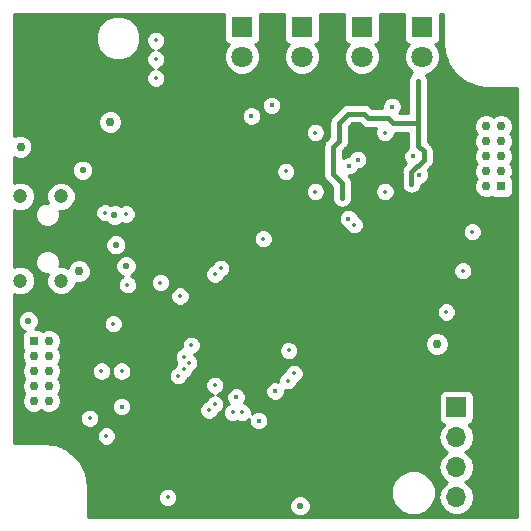
<source format=gbr>
%TF.GenerationSoftware,KiCad,Pcbnew,5.0.0-fee4fd1~65~ubuntu18.04.1*%
%TF.CreationDate,2018-07-28T20:39:21+02:00*%
%TF.ProjectId,blackBoxProbeSmall,626C61636B426F7850726F6265536D61,rev?*%
%TF.SameCoordinates,Original*%
%TF.FileFunction,Copper,L3,Inr,Signal*%
%TF.FilePolarity,Positive*%
%FSLAX46Y46*%
G04 Gerber Fmt 4.6, Leading zero omitted, Abs format (unit mm)*
G04 Created by KiCad (PCBNEW 5.0.0-fee4fd1~65~ubuntu18.04.1) date Sat Jul 28 20:39:21 2018*
%MOMM*%
%LPD*%
G01*
G04 APERTURE LIST*
%TA.AperFunction,ViaPad*%
%ADD10C,1.200000*%
%TD*%
%TA.AperFunction,ViaPad*%
%ADD11R,1.700000X1.700000*%
%TD*%
%TA.AperFunction,ViaPad*%
%ADD12O,1.700000X1.700000*%
%TD*%
%TA.AperFunction,ViaPad*%
%ADD13R,1.800000X1.800000*%
%TD*%
%TA.AperFunction,ViaPad*%
%ADD14C,1.800000*%
%TD*%
%TA.AperFunction,ViaPad*%
%ADD15R,0.750000X0.750000*%
%TD*%
%TA.AperFunction,ViaPad*%
%ADD16C,0.750000*%
%TD*%
%TA.AperFunction,ViaPad*%
%ADD17C,0.550000*%
%TD*%
%TA.AperFunction,ViaPad*%
%ADD18C,0.355600*%
%TD*%
%TA.AperFunction,ViaPad*%
%ADD19C,0.381000*%
%TD*%
%TA.AperFunction,Conductor*%
%ADD20C,0.400000*%
%TD*%
%TA.AperFunction,Conductor*%
%ADD21C,0.254000*%
%TD*%
G04 APERTURE END LIST*
D10*
%TO.N,Net-(C2-Pad2)*%
%TO.C,J1*%
X18975000Y-167395000D03*
X18975000Y-174545000D03*
X15525000Y-167395000D03*
X15525000Y-174545000D03*
%TD*%
D11*
%TO.N,/PROBE_VDD*%
%TO.C,J4*%
X52450000Y-185260000D03*
D12*
%TO.N,Net-(J4-Pad2)*%
X52450000Y-187800000D03*
%TO.N,Net-(J4-Pad3)*%
X52450000Y-190340000D03*
%TO.N,GND*%
X52450000Y-192880000D03*
%TD*%
D13*
%TO.N,GND*%
%TO.C,D1*%
X34290000Y-153035000D03*
D14*
%TO.N,Net-(D1-Pad2)*%
X34290000Y-155575000D03*
%TD*%
D13*
%TO.N,GND*%
%TO.C,D2*%
X39370000Y-153035000D03*
D14*
%TO.N,Net-(D2-Pad2)*%
X39370000Y-155575000D03*
%TD*%
D13*
%TO.N,GND*%
%TO.C,D3*%
X44450000Y-153035000D03*
D14*
%TO.N,Net-(D3-Pad2)*%
X44450000Y-155575000D03*
%TD*%
D13*
%TO.N,GND*%
%TO.C,D4*%
X49530000Y-153035000D03*
D14*
%TO.N,Net-(D4-Pad2)*%
X49530000Y-155575000D03*
%TD*%
D15*
%TO.N,Net-(J2-Pad1)*%
%TO.C,J2*%
X16665000Y-179660000D03*
D16*
%TO.N,Net-(J2-Pad2)*%
X17935000Y-179660000D03*
%TO.N,GND*%
X16665000Y-180930000D03*
%TO.N,Net-(J2-Pad4)*%
X17935000Y-180930000D03*
%TO.N,GND*%
X16665000Y-182200000D03*
%TO.N,Net-(J2-Pad6)*%
X17935000Y-182200000D03*
%TO.N,N/C*%
X16665000Y-183470000D03*
%TO.N,Net-(J2-Pad8)*%
X17935000Y-183470000D03*
%TO.N,GND*%
X16665000Y-184740000D03*
%TO.N,Net-(J2-Pad10)*%
X17935000Y-184740000D03*
%TD*%
D15*
%TO.N,/PROBE_VDD*%
%TO.C,J3*%
X56235000Y-166540000D03*
D16*
%TO.N,Net-(J3-Pad2)*%
X54965000Y-166540000D03*
%TO.N,GND*%
X56235000Y-165270000D03*
%TO.N,Net-(J3-Pad4)*%
X54965000Y-165270000D03*
%TO.N,GND*%
X56235000Y-164000000D03*
%TO.N,Net-(J3-Pad6)*%
X54965000Y-164000000D03*
%TO.N,N/C*%
X56235000Y-162730000D03*
%TO.N,Net-(J3-Pad8)*%
X54965000Y-162730000D03*
%TO.N,GND*%
X56235000Y-161460000D03*
%TO.N,Net-(J3-Pad10)*%
X54965000Y-161460000D03*
%TD*%
D17*
%TO.N,+5V*%
X23500000Y-169000000D03*
X20800000Y-165200000D03*
X24500000Y-173300000D03*
D18*
%TO.N,GND*%
X38250000Y-180450000D03*
X24600000Y-174900000D03*
D19*
X47000000Y-159800000D03*
D16*
X50800000Y-179900000D03*
D18*
X53800000Y-170400000D03*
X46400000Y-162000000D03*
X40500000Y-167000000D03*
X46400000Y-167000000D03*
X40500000Y-162000000D03*
X22800000Y-187700000D03*
X28000000Y-192900000D03*
X24500000Y-168900000D03*
D17*
X39200000Y-193600000D03*
D18*
X29050000Y-175850000D03*
D17*
X23600000Y-171500000D03*
D19*
X24100000Y-185200000D03*
D16*
X15550000Y-163200000D03*
X23150000Y-161100000D03*
D17*
X16210000Y-177935000D03*
D16*
X20500000Y-173750000D03*
D18*
X23400000Y-178200000D03*
X38000000Y-165300000D03*
%TO.N,+3V3*%
X38250000Y-178950000D03*
X52000000Y-174200000D03*
X47000000Y-165300000D03*
X44500000Y-158200000D03*
D19*
X44150000Y-166350000D03*
D16*
X55200000Y-179900000D03*
D18*
X38250000Y-161250000D03*
X38250000Y-166250000D03*
X44150000Y-161250000D03*
X19000000Y-187000000D03*
D16*
X24300000Y-157800000D03*
D18*
X25100000Y-181900000D03*
X43750000Y-193750000D03*
D17*
X39200000Y-192000000D03*
D18*
X27550000Y-175850000D03*
D19*
X24100000Y-186200000D03*
D18*
X22000000Y-177400000D03*
X41000000Y-170300000D03*
%TO.N,/TARGET_PWR_SENSE*%
X53000000Y-173700000D03*
X38200000Y-183000000D03*
D19*
%TO.N,/PROBE_I_RST*%
X36800000Y-159700000D03*
D18*
X34300000Y-185700000D03*
D19*
%TO.N,/PROBE_I_RST_SEN*%
X35100000Y-160600000D03*
D18*
X32000000Y-183400000D03*
%TO.N,/TARGET_PWR_EN*%
X51600000Y-177200000D03*
X38700000Y-182400000D03*
%TO.N,/USB_V*%
X28900000Y-182600000D03*
X22700000Y-168800000D03*
%TO.N,/MCU_TDO*%
X22400000Y-182200000D03*
X24100000Y-182200000D03*
%TO.N,/MCU_RST*%
X21400000Y-186200000D03*
X31500000Y-185500000D03*
%TO.N,/USB_PU*%
X30000000Y-180000000D03*
X27400000Y-174700000D03*
D19*
%TO.N,/PROBE_E_TCK*%
X49300000Y-165600000D03*
X48800000Y-164000000D03*
D18*
%TO.N,/LED0*%
X27000000Y-154200000D03*
X29400000Y-182000000D03*
%TO.N,/LED1*%
X27000000Y-155800000D03*
X29800000Y-181500000D03*
%TO.N,/LED2*%
X27000000Y-157400000D03*
X29400000Y-181000000D03*
%TO.N,/PROBE_TMS_DIR*%
X33500000Y-185700000D03*
X32500000Y-173500000D03*
%TO.N,/PROBE_I_TMS*%
X32000000Y-185000000D03*
X32000000Y-174000000D03*
D19*
%TO.N,/PROBE_I_TCK*%
X44100000Y-164300000D03*
X33800000Y-184400000D03*
%TO.N,/PROBE_I_TDO*%
X43300000Y-169300000D03*
X37100000Y-183900000D03*
D18*
%TO.N,/PROBE_I_RX*%
X36100000Y-171000000D03*
X43800000Y-169800000D03*
D19*
%TO.N,/PROBE_I_TDI*%
X43400000Y-164800000D03*
X35700000Y-186400000D03*
%TO.N,/PROBE_E_VDD*%
X48650000Y-166350000D03*
D18*
X42500000Y-161200000D03*
X48400000Y-161200000D03*
X42750000Y-166250000D03*
X49200000Y-157600000D03*
%TD*%
D20*
%TO.N,/PROBE_E_VDD*%
X42750000Y-166250000D02*
X42000000Y-165500000D01*
X42000000Y-165500000D02*
X42000000Y-163200000D01*
X42000000Y-163200000D02*
X42500000Y-162700000D01*
X42500000Y-162700000D02*
X42500000Y-161200000D01*
X44600000Y-160400000D02*
X43300000Y-160400000D01*
X43300000Y-160400000D02*
X42500000Y-161200000D01*
X45000000Y-160800000D02*
X44600000Y-160400000D01*
X46700000Y-160800000D02*
X45000000Y-160800000D01*
X47100000Y-161200000D02*
X46700000Y-160800000D01*
X48400000Y-161200000D02*
X47100000Y-161200000D01*
X49200000Y-161200000D02*
X49200000Y-163100000D01*
X49200000Y-157600000D02*
X49200000Y-161200000D01*
X49200000Y-161200000D02*
X48400000Y-161200000D01*
X49700000Y-164300000D02*
X48650000Y-165350000D01*
X48650000Y-165350000D02*
X48650000Y-166350000D01*
X49700000Y-163600000D02*
X49700000Y-164300000D01*
X49200000Y-163100000D02*
X49700000Y-163600000D01*
X42750000Y-166250000D02*
X42750000Y-167550000D01*
%TD*%
D21*
%TO.N,+3V3*%
G36*
X32742560Y-152135000D02*
X32742560Y-153935000D01*
X32791843Y-154182765D01*
X32932191Y-154392809D01*
X33142235Y-154533157D01*
X33157908Y-154536275D01*
X32988690Y-154705493D01*
X32755000Y-155269670D01*
X32755000Y-155880330D01*
X32988690Y-156444507D01*
X33420493Y-156876310D01*
X33984670Y-157110000D01*
X34595330Y-157110000D01*
X35159507Y-156876310D01*
X35591310Y-156444507D01*
X35825000Y-155880330D01*
X35825000Y-155269670D01*
X35591310Y-154705493D01*
X35422092Y-154536275D01*
X35437765Y-154533157D01*
X35647809Y-154392809D01*
X35788157Y-154182765D01*
X35837440Y-153935000D01*
X35837440Y-152135000D01*
X35802631Y-151960000D01*
X37857369Y-151960000D01*
X37822560Y-152135000D01*
X37822560Y-153935000D01*
X37871843Y-154182765D01*
X38012191Y-154392809D01*
X38222235Y-154533157D01*
X38237908Y-154536275D01*
X38068690Y-154705493D01*
X37835000Y-155269670D01*
X37835000Y-155880330D01*
X38068690Y-156444507D01*
X38500493Y-156876310D01*
X39064670Y-157110000D01*
X39675330Y-157110000D01*
X40239507Y-156876310D01*
X40671310Y-156444507D01*
X40905000Y-155880330D01*
X40905000Y-155269670D01*
X40671310Y-154705493D01*
X40502092Y-154536275D01*
X40517765Y-154533157D01*
X40727809Y-154392809D01*
X40868157Y-154182765D01*
X40917440Y-153935000D01*
X40917440Y-152135000D01*
X40882631Y-151960000D01*
X42937369Y-151960000D01*
X42902560Y-152135000D01*
X42902560Y-153935000D01*
X42951843Y-154182765D01*
X43092191Y-154392809D01*
X43302235Y-154533157D01*
X43317908Y-154536275D01*
X43148690Y-154705493D01*
X42915000Y-155269670D01*
X42915000Y-155880330D01*
X43148690Y-156444507D01*
X43580493Y-156876310D01*
X44144670Y-157110000D01*
X44755330Y-157110000D01*
X45319507Y-156876310D01*
X45751310Y-156444507D01*
X45985000Y-155880330D01*
X45985000Y-155269670D01*
X45751310Y-154705493D01*
X45582092Y-154536275D01*
X45597765Y-154533157D01*
X45807809Y-154392809D01*
X45948157Y-154182765D01*
X45997440Y-153935000D01*
X45997440Y-152135000D01*
X45962631Y-151960000D01*
X48017369Y-151960000D01*
X47982560Y-152135000D01*
X47982560Y-153935000D01*
X48031843Y-154182765D01*
X48172191Y-154392809D01*
X48382235Y-154533157D01*
X48397908Y-154536275D01*
X48228690Y-154705493D01*
X47995000Y-155269670D01*
X47995000Y-155880330D01*
X48228690Y-156444507D01*
X48660493Y-156876310D01*
X48734340Y-156906899D01*
X48597999Y-156997999D01*
X48413448Y-157274200D01*
X48365000Y-157517764D01*
X48365001Y-160365000D01*
X47602434Y-160365000D01*
X47699826Y-160267608D01*
X47825500Y-159964202D01*
X47825500Y-159635798D01*
X47699826Y-159332392D01*
X47467608Y-159100174D01*
X47164202Y-158974500D01*
X46835798Y-158974500D01*
X46532392Y-159100174D01*
X46300174Y-159332392D01*
X46174500Y-159635798D01*
X46174500Y-159964202D01*
X46174831Y-159965000D01*
X45345867Y-159965000D01*
X45248587Y-159867720D01*
X45202001Y-159797999D01*
X44925801Y-159613448D01*
X44682237Y-159565000D01*
X44682233Y-159565000D01*
X44600000Y-159548643D01*
X44517767Y-159565000D01*
X43382237Y-159565000D01*
X43300000Y-159548642D01*
X43217763Y-159565000D01*
X42974199Y-159613448D01*
X42697999Y-159797999D01*
X42651414Y-159867718D01*
X41967718Y-160551415D01*
X41898000Y-160597999D01*
X41851417Y-160667716D01*
X41851416Y-160667717D01*
X41713448Y-160874200D01*
X41648643Y-161200000D01*
X41665001Y-161282237D01*
X41665000Y-162354133D01*
X41467718Y-162551415D01*
X41398000Y-162597999D01*
X41351416Y-162667717D01*
X41213448Y-162874200D01*
X41148643Y-163200000D01*
X41165001Y-163282238D01*
X41165000Y-165417767D01*
X41148643Y-165500000D01*
X41165000Y-165582233D01*
X41165000Y-165582236D01*
X41213448Y-165825800D01*
X41397999Y-166102001D01*
X41467720Y-166148587D01*
X41915000Y-166595868D01*
X41915001Y-167632237D01*
X41963449Y-167875801D01*
X42148000Y-168152001D01*
X42424200Y-168336552D01*
X42750000Y-168401358D01*
X43075801Y-168336552D01*
X43352001Y-168152001D01*
X43536552Y-167875801D01*
X43585000Y-167632237D01*
X43585000Y-166838324D01*
X45587200Y-166838324D01*
X45587200Y-167161676D01*
X45710941Y-167460414D01*
X45939586Y-167689059D01*
X46238324Y-167812800D01*
X46561676Y-167812800D01*
X46860414Y-167689059D01*
X47089059Y-167460414D01*
X47212800Y-167161676D01*
X47212800Y-166838324D01*
X47089059Y-166539586D01*
X46860414Y-166310941D01*
X46561676Y-166187200D01*
X46238324Y-166187200D01*
X45939586Y-166310941D01*
X45710941Y-166539586D01*
X45587200Y-166838324D01*
X43585000Y-166838324D01*
X43585000Y-166332232D01*
X43601357Y-166249999D01*
X43585000Y-166167764D01*
X43585000Y-166167763D01*
X43536552Y-165924199D01*
X43352001Y-165647999D01*
X43318329Y-165625500D01*
X43564202Y-165625500D01*
X43867608Y-165499826D01*
X44099826Y-165267608D01*
X44158689Y-165125500D01*
X44264202Y-165125500D01*
X44567608Y-164999826D01*
X44799826Y-164767608D01*
X44925500Y-164464202D01*
X44925500Y-164135798D01*
X44799826Y-163832392D01*
X44567608Y-163600174D01*
X44264202Y-163474500D01*
X43935798Y-163474500D01*
X43632392Y-163600174D01*
X43400174Y-163832392D01*
X43341311Y-163974500D01*
X43235798Y-163974500D01*
X42932392Y-164100174D01*
X42835000Y-164197566D01*
X42835000Y-163545867D01*
X43032280Y-163348587D01*
X43102001Y-163302001D01*
X43286552Y-163025801D01*
X43335000Y-162782237D01*
X43335000Y-162782236D01*
X43351358Y-162700000D01*
X43335000Y-162617763D01*
X43335000Y-161545867D01*
X43645868Y-161235000D01*
X44254132Y-161235000D01*
X44351414Y-161332282D01*
X44397999Y-161402001D01*
X44674199Y-161586552D01*
X44917763Y-161635000D01*
X44917766Y-161635000D01*
X44999999Y-161651357D01*
X45082232Y-161635000D01*
X45671419Y-161635000D01*
X45587200Y-161838324D01*
X45587200Y-162161676D01*
X45710941Y-162460414D01*
X45939586Y-162689059D01*
X46238324Y-162812800D01*
X46561676Y-162812800D01*
X46860414Y-162689059D01*
X47089059Y-162460414D01*
X47212800Y-162161676D01*
X47212800Y-162035000D01*
X48365000Y-162035000D01*
X48365001Y-163017762D01*
X48348643Y-163100000D01*
X48384192Y-163278718D01*
X48332392Y-163300174D01*
X48100174Y-163532392D01*
X47974500Y-163835798D01*
X47974500Y-164164202D01*
X48100174Y-164467608D01*
X48225849Y-164593283D01*
X48117720Y-164701413D01*
X48047999Y-164747999D01*
X47863448Y-165024200D01*
X47815000Y-165267764D01*
X47815000Y-165267767D01*
X47798643Y-165350000D01*
X47815000Y-165432234D01*
X47815001Y-166432237D01*
X47824500Y-166479992D01*
X47824500Y-166514202D01*
X47837592Y-166545809D01*
X47863449Y-166675801D01*
X47937082Y-166786000D01*
X47950174Y-166817608D01*
X47974366Y-166841800D01*
X48048000Y-166952001D01*
X48158201Y-167025635D01*
X48182392Y-167049826D01*
X48213999Y-167062918D01*
X48324200Y-167136552D01*
X48454195Y-167162410D01*
X48485798Y-167175500D01*
X48520004Y-167175500D01*
X48650000Y-167201358D01*
X48779997Y-167175500D01*
X48814202Y-167175500D01*
X48845804Y-167162410D01*
X48975801Y-167136552D01*
X49086004Y-167062917D01*
X49117608Y-167049826D01*
X49141797Y-167025637D01*
X49252001Y-166952001D01*
X49325637Y-166841797D01*
X49349826Y-166817608D01*
X49362917Y-166786004D01*
X49436552Y-166675801D01*
X49462410Y-166545804D01*
X49475500Y-166514202D01*
X49475500Y-166479997D01*
X49485000Y-166432237D01*
X49485000Y-166416885D01*
X49767608Y-166299826D01*
X49999826Y-166067608D01*
X50125500Y-165764202D01*
X50125500Y-165435798D01*
X50014075Y-165166793D01*
X50232282Y-164948585D01*
X50302001Y-164902001D01*
X50486552Y-164625801D01*
X50535000Y-164382237D01*
X50535000Y-164382234D01*
X50551357Y-164300001D01*
X50535000Y-164217768D01*
X50535000Y-163682237D01*
X50551358Y-163600000D01*
X50486552Y-163274199D01*
X50302001Y-162997999D01*
X50232280Y-162951413D01*
X50035000Y-162754133D01*
X50035000Y-161282237D01*
X50039602Y-161259099D01*
X53955000Y-161259099D01*
X53955000Y-161660901D01*
X54108763Y-162032119D01*
X54171644Y-162095000D01*
X54108763Y-162157881D01*
X53955000Y-162529099D01*
X53955000Y-162930901D01*
X54108763Y-163302119D01*
X54171644Y-163365000D01*
X54108763Y-163427881D01*
X53955000Y-163799099D01*
X53955000Y-164200901D01*
X54108763Y-164572119D01*
X54171644Y-164635000D01*
X54108763Y-164697881D01*
X53955000Y-165069099D01*
X53955000Y-165470901D01*
X54108763Y-165842119D01*
X54171644Y-165905000D01*
X54108763Y-165967881D01*
X53955000Y-166339099D01*
X53955000Y-166740901D01*
X54108763Y-167112119D01*
X54392881Y-167396237D01*
X54764099Y-167550000D01*
X55165901Y-167550000D01*
X55475470Y-167421773D01*
X55612235Y-167513157D01*
X55860000Y-167562440D01*
X56610000Y-167562440D01*
X56857765Y-167513157D01*
X57067809Y-167372809D01*
X57208157Y-167162765D01*
X57257440Y-166915000D01*
X57257440Y-166165000D01*
X57208157Y-165917235D01*
X57116773Y-165780470D01*
X57245000Y-165470901D01*
X57245000Y-165069099D01*
X57091237Y-164697881D01*
X57028356Y-164635000D01*
X57091237Y-164572119D01*
X57245000Y-164200901D01*
X57245000Y-163799099D01*
X57091237Y-163427881D01*
X57028356Y-163365000D01*
X57091237Y-163302119D01*
X57245000Y-162930901D01*
X57245000Y-162529099D01*
X57091237Y-162157881D01*
X57028356Y-162095000D01*
X57091237Y-162032119D01*
X57245000Y-161660901D01*
X57245000Y-161259099D01*
X57091237Y-160887881D01*
X56807119Y-160603763D01*
X56435901Y-160450000D01*
X56034099Y-160450000D01*
X55662881Y-160603763D01*
X55600000Y-160666644D01*
X55537119Y-160603763D01*
X55165901Y-160450000D01*
X54764099Y-160450000D01*
X54392881Y-160603763D01*
X54108763Y-160887881D01*
X53955000Y-161259099D01*
X50039602Y-161259099D01*
X50051358Y-161200000D01*
X50035000Y-161117763D01*
X50035000Y-157517763D01*
X49986552Y-157274199D01*
X49867840Y-157096534D01*
X50399507Y-156876310D01*
X50831310Y-156444507D01*
X51065000Y-155880330D01*
X51065000Y-155269670D01*
X50831310Y-154705493D01*
X50662092Y-154536275D01*
X50677765Y-154533157D01*
X50887809Y-154392809D01*
X51028157Y-154182765D01*
X51077440Y-153935000D01*
X51077440Y-152135000D01*
X51042631Y-151960000D01*
X51340000Y-151960000D01*
X51340001Y-154569926D01*
X51346200Y-154601093D01*
X51390224Y-155094369D01*
X51396106Y-155122648D01*
X51397668Y-155151493D01*
X51417896Y-155237060D01*
X51619303Y-155902053D01*
X51634642Y-155937330D01*
X51645504Y-155974236D01*
X51684873Y-156052855D01*
X52033859Y-156653679D01*
X52056903Y-156684483D01*
X52075964Y-156717900D01*
X52132364Y-156785353D01*
X52610209Y-157289777D01*
X52639717Y-157314449D01*
X52665957Y-157342589D01*
X52736362Y-157395258D01*
X53317435Y-157776226D01*
X53351833Y-157793451D01*
X53383838Y-157814796D01*
X53464471Y-157849856D01*
X54117599Y-158086930D01*
X54155034Y-158095779D01*
X54191094Y-158109190D01*
X54277627Y-158124759D01*
X54277630Y-158124760D01*
X54277631Y-158124760D01*
X54939458Y-158201921D01*
X54980074Y-158210000D01*
X57590000Y-158210000D01*
X57590001Y-194540000D01*
X21260000Y-194540000D01*
X21260000Y-192738324D01*
X27187200Y-192738324D01*
X27187200Y-193061676D01*
X27310941Y-193360414D01*
X27539586Y-193589059D01*
X27838324Y-193712800D01*
X28161676Y-193712800D01*
X28460414Y-193589059D01*
X28630483Y-193418990D01*
X38290000Y-193418990D01*
X38290000Y-193781010D01*
X38428539Y-194115474D01*
X38684526Y-194371461D01*
X39018990Y-194510000D01*
X39381010Y-194510000D01*
X39715474Y-194371461D01*
X39971461Y-194115474D01*
X40110000Y-193781010D01*
X40110000Y-193418990D01*
X39971461Y-193084526D01*
X39715474Y-192828539D01*
X39381010Y-192690000D01*
X39018990Y-192690000D01*
X38684526Y-192828539D01*
X38428539Y-193084526D01*
X38290000Y-193418990D01*
X28630483Y-193418990D01*
X28689059Y-193360414D01*
X28812800Y-193061676D01*
X28812800Y-192738324D01*
X28689059Y-192439586D01*
X28460414Y-192210941D01*
X28253055Y-192125050D01*
X46915000Y-192125050D01*
X46915000Y-192874950D01*
X47201974Y-193567767D01*
X47732233Y-194098026D01*
X48425050Y-194385000D01*
X49174950Y-194385000D01*
X49867767Y-194098026D01*
X50398026Y-193567767D01*
X50685000Y-192874950D01*
X50685000Y-192125050D01*
X50398026Y-191432233D01*
X49867767Y-190901974D01*
X49174950Y-190615000D01*
X48425050Y-190615000D01*
X47732233Y-190901974D01*
X47201974Y-191432233D01*
X46915000Y-192125050D01*
X28253055Y-192125050D01*
X28161676Y-192087200D01*
X27838324Y-192087200D01*
X27539586Y-192210941D01*
X27310941Y-192439586D01*
X27187200Y-192738324D01*
X21260000Y-192738324D01*
X21260000Y-191930074D01*
X21253799Y-191898898D01*
X21209776Y-191405631D01*
X21203894Y-191377353D01*
X21202332Y-191348507D01*
X21182104Y-191262940D01*
X20980697Y-190597947D01*
X20965357Y-190562668D01*
X20954496Y-190525764D01*
X20915127Y-190447145D01*
X20566141Y-189846321D01*
X20543097Y-189815518D01*
X20524036Y-189782100D01*
X20467636Y-189714646D01*
X19989791Y-189210223D01*
X19960280Y-189185548D01*
X19934043Y-189157412D01*
X19863638Y-189104742D01*
X19282566Y-188723774D01*
X19248164Y-188706547D01*
X19216162Y-188685204D01*
X19135537Y-188650147D01*
X19135530Y-188650144D01*
X19135527Y-188650143D01*
X18482401Y-188413070D01*
X18444966Y-188404221D01*
X18408906Y-188390810D01*
X18322370Y-188375240D01*
X17660542Y-188298079D01*
X17619926Y-188290000D01*
X15010000Y-188290000D01*
X15010000Y-187538324D01*
X21987200Y-187538324D01*
X21987200Y-187861676D01*
X22110941Y-188160414D01*
X22339586Y-188389059D01*
X22638324Y-188512800D01*
X22961676Y-188512800D01*
X23260414Y-188389059D01*
X23489059Y-188160414D01*
X23612800Y-187861676D01*
X23612800Y-187800000D01*
X50935908Y-187800000D01*
X51051161Y-188379418D01*
X51379375Y-188870625D01*
X51677761Y-189070000D01*
X51379375Y-189269375D01*
X51051161Y-189760582D01*
X50935908Y-190340000D01*
X51051161Y-190919418D01*
X51379375Y-191410625D01*
X51677761Y-191610000D01*
X51379375Y-191809375D01*
X51051161Y-192300582D01*
X50935908Y-192880000D01*
X51051161Y-193459418D01*
X51379375Y-193950625D01*
X51870582Y-194278839D01*
X52303744Y-194365000D01*
X52596256Y-194365000D01*
X53029418Y-194278839D01*
X53520625Y-193950625D01*
X53848839Y-193459418D01*
X53964092Y-192880000D01*
X53848839Y-192300582D01*
X53520625Y-191809375D01*
X53222239Y-191610000D01*
X53520625Y-191410625D01*
X53848839Y-190919418D01*
X53964092Y-190340000D01*
X53848839Y-189760582D01*
X53520625Y-189269375D01*
X53222239Y-189070000D01*
X53520625Y-188870625D01*
X53848839Y-188379418D01*
X53964092Y-187800000D01*
X53848839Y-187220582D01*
X53520625Y-186729375D01*
X53502381Y-186717184D01*
X53547765Y-186708157D01*
X53757809Y-186567809D01*
X53898157Y-186357765D01*
X53947440Y-186110000D01*
X53947440Y-184410000D01*
X53898157Y-184162235D01*
X53757809Y-183952191D01*
X53547765Y-183811843D01*
X53300000Y-183762560D01*
X51600000Y-183762560D01*
X51352235Y-183811843D01*
X51142191Y-183952191D01*
X51001843Y-184162235D01*
X50952560Y-184410000D01*
X50952560Y-186110000D01*
X51001843Y-186357765D01*
X51142191Y-186567809D01*
X51352235Y-186708157D01*
X51397619Y-186717184D01*
X51379375Y-186729375D01*
X51051161Y-187220582D01*
X50935908Y-187800000D01*
X23612800Y-187800000D01*
X23612800Y-187538324D01*
X23489059Y-187239586D01*
X23260414Y-187010941D01*
X22961676Y-186887200D01*
X22638324Y-186887200D01*
X22339586Y-187010941D01*
X22110941Y-187239586D01*
X21987200Y-187538324D01*
X15010000Y-187538324D01*
X15010000Y-186038324D01*
X20587200Y-186038324D01*
X20587200Y-186361676D01*
X20710941Y-186660414D01*
X20939586Y-186889059D01*
X21238324Y-187012800D01*
X21561676Y-187012800D01*
X21860414Y-186889059D01*
X22089059Y-186660414D01*
X22212800Y-186361676D01*
X22212800Y-186038324D01*
X22089059Y-185739586D01*
X21860414Y-185510941D01*
X21561676Y-185387200D01*
X21238324Y-185387200D01*
X20939586Y-185510941D01*
X20710941Y-185739586D01*
X20587200Y-186038324D01*
X15010000Y-186038324D01*
X15010000Y-177753990D01*
X15300000Y-177753990D01*
X15300000Y-178116010D01*
X15438539Y-178450474D01*
X15694526Y-178706461D01*
X15891049Y-178787863D01*
X15832191Y-178827191D01*
X15691843Y-179037235D01*
X15642560Y-179285000D01*
X15642560Y-180035000D01*
X15691843Y-180282765D01*
X15783227Y-180419530D01*
X15655000Y-180729099D01*
X15655000Y-181130901D01*
X15808763Y-181502119D01*
X15871644Y-181565000D01*
X15808763Y-181627881D01*
X15655000Y-181999099D01*
X15655000Y-182400901D01*
X15808763Y-182772119D01*
X15871644Y-182835000D01*
X15808763Y-182897881D01*
X15655000Y-183269099D01*
X15655000Y-183670901D01*
X15808763Y-184042119D01*
X15871644Y-184105000D01*
X15808763Y-184167881D01*
X15655000Y-184539099D01*
X15655000Y-184940901D01*
X15808763Y-185312119D01*
X16092881Y-185596237D01*
X16464099Y-185750000D01*
X16865901Y-185750000D01*
X17237119Y-185596237D01*
X17300000Y-185533356D01*
X17362881Y-185596237D01*
X17734099Y-185750000D01*
X18135901Y-185750000D01*
X18507119Y-185596237D01*
X18791237Y-185312119D01*
X18905692Y-185035798D01*
X23274500Y-185035798D01*
X23274500Y-185364202D01*
X23400174Y-185667608D01*
X23632392Y-185899826D01*
X23935798Y-186025500D01*
X24264202Y-186025500D01*
X24567608Y-185899826D01*
X24799826Y-185667608D01*
X24925500Y-185364202D01*
X24925500Y-185338324D01*
X30687200Y-185338324D01*
X30687200Y-185661676D01*
X30810941Y-185960414D01*
X31039586Y-186189059D01*
X31338324Y-186312800D01*
X31661676Y-186312800D01*
X31960414Y-186189059D01*
X32189059Y-185960414D01*
X32268537Y-185768537D01*
X32460414Y-185689059D01*
X32611149Y-185538324D01*
X32687200Y-185538324D01*
X32687200Y-185861676D01*
X32810941Y-186160414D01*
X33039586Y-186389059D01*
X33338324Y-186512800D01*
X33661676Y-186512800D01*
X33900000Y-186414083D01*
X34138324Y-186512800D01*
X34461676Y-186512800D01*
X34760414Y-186389059D01*
X34874500Y-186274973D01*
X34874500Y-186564202D01*
X35000174Y-186867608D01*
X35232392Y-187099826D01*
X35535798Y-187225500D01*
X35864202Y-187225500D01*
X36167608Y-187099826D01*
X36399826Y-186867608D01*
X36525500Y-186564202D01*
X36525500Y-186235798D01*
X36399826Y-185932392D01*
X36167608Y-185700174D01*
X35864202Y-185574500D01*
X35535798Y-185574500D01*
X35232392Y-185700174D01*
X35112800Y-185819766D01*
X35112800Y-185538324D01*
X34989059Y-185239586D01*
X34760414Y-185010941D01*
X34474798Y-184892636D01*
X34499826Y-184867608D01*
X34625500Y-184564202D01*
X34625500Y-184235798D01*
X34499826Y-183932392D01*
X34303232Y-183735798D01*
X36274500Y-183735798D01*
X36274500Y-184064202D01*
X36400174Y-184367608D01*
X36632392Y-184599826D01*
X36935798Y-184725500D01*
X37264202Y-184725500D01*
X37567608Y-184599826D01*
X37799826Y-184367608D01*
X37925500Y-184064202D01*
X37925500Y-183766067D01*
X38038324Y-183812800D01*
X38361676Y-183812800D01*
X38660414Y-183689059D01*
X38889059Y-183460414D01*
X39012800Y-183161676D01*
X39012800Y-183150203D01*
X39160414Y-183089059D01*
X39389059Y-182860414D01*
X39512800Y-182561676D01*
X39512800Y-182238324D01*
X39389059Y-181939586D01*
X39160414Y-181710941D01*
X38861676Y-181587200D01*
X38538324Y-181587200D01*
X38239586Y-181710941D01*
X38010941Y-181939586D01*
X37887200Y-182238324D01*
X37887200Y-182249797D01*
X37739586Y-182310941D01*
X37510941Y-182539586D01*
X37387200Y-182838324D01*
X37387200Y-183125447D01*
X37264202Y-183074500D01*
X36935798Y-183074500D01*
X36632392Y-183200174D01*
X36400174Y-183432392D01*
X36274500Y-183735798D01*
X34303232Y-183735798D01*
X34267608Y-183700174D01*
X33964202Y-183574500D01*
X33635798Y-183574500D01*
X33332392Y-183700174D01*
X33100174Y-183932392D01*
X32974500Y-184235798D01*
X32974500Y-184564202D01*
X33100174Y-184867608D01*
X33183780Y-184951214D01*
X33039586Y-185010941D01*
X32810941Y-185239586D01*
X32687200Y-185538324D01*
X32611149Y-185538324D01*
X32689059Y-185460414D01*
X32812800Y-185161676D01*
X32812800Y-184838324D01*
X32689059Y-184539586D01*
X32460414Y-184310941D01*
X32192578Y-184200000D01*
X32460414Y-184089059D01*
X32689059Y-183860414D01*
X32812800Y-183561676D01*
X32812800Y-183238324D01*
X32689059Y-182939586D01*
X32460414Y-182710941D01*
X32161676Y-182587200D01*
X31838324Y-182587200D01*
X31539586Y-182710941D01*
X31310941Y-182939586D01*
X31187200Y-183238324D01*
X31187200Y-183561676D01*
X31310941Y-183860414D01*
X31539586Y-184089059D01*
X31807422Y-184200000D01*
X31539586Y-184310941D01*
X31310941Y-184539586D01*
X31231463Y-184731463D01*
X31039586Y-184810941D01*
X30810941Y-185039586D01*
X30687200Y-185338324D01*
X24925500Y-185338324D01*
X24925500Y-185035798D01*
X24799826Y-184732392D01*
X24567608Y-184500174D01*
X24264202Y-184374500D01*
X23935798Y-184374500D01*
X23632392Y-184500174D01*
X23400174Y-184732392D01*
X23274500Y-185035798D01*
X18905692Y-185035798D01*
X18945000Y-184940901D01*
X18945000Y-184539099D01*
X18791237Y-184167881D01*
X18728356Y-184105000D01*
X18791237Y-184042119D01*
X18945000Y-183670901D01*
X18945000Y-183269099D01*
X18791237Y-182897881D01*
X18728356Y-182835000D01*
X18791237Y-182772119D01*
X18945000Y-182400901D01*
X18945000Y-182038324D01*
X21587200Y-182038324D01*
X21587200Y-182361676D01*
X21710941Y-182660414D01*
X21939586Y-182889059D01*
X22238324Y-183012800D01*
X22561676Y-183012800D01*
X22860414Y-182889059D01*
X23089059Y-182660414D01*
X23212800Y-182361676D01*
X23212800Y-182038324D01*
X23287200Y-182038324D01*
X23287200Y-182361676D01*
X23410941Y-182660414D01*
X23639586Y-182889059D01*
X23938324Y-183012800D01*
X24261676Y-183012800D01*
X24560414Y-182889059D01*
X24789059Y-182660414D01*
X24881051Y-182438324D01*
X28087200Y-182438324D01*
X28087200Y-182761676D01*
X28210941Y-183060414D01*
X28439586Y-183289059D01*
X28738324Y-183412800D01*
X29061676Y-183412800D01*
X29360414Y-183289059D01*
X29589059Y-183060414D01*
X29712800Y-182761676D01*
X29712800Y-182750203D01*
X29860414Y-182689059D01*
X30089059Y-182460414D01*
X30189247Y-182218537D01*
X30260414Y-182189059D01*
X30489059Y-181960414D01*
X30612800Y-181661676D01*
X30612800Y-181338324D01*
X30489059Y-181039586D01*
X30260414Y-180810941D01*
X30213289Y-180791421D01*
X30460414Y-180689059D01*
X30689059Y-180460414D01*
X30760340Y-180288324D01*
X37437200Y-180288324D01*
X37437200Y-180611676D01*
X37560941Y-180910414D01*
X37789586Y-181139059D01*
X38088324Y-181262800D01*
X38411676Y-181262800D01*
X38710414Y-181139059D01*
X38939059Y-180910414D01*
X39062800Y-180611676D01*
X39062800Y-180288324D01*
X38939059Y-179989586D01*
X38710414Y-179760941D01*
X38561114Y-179699099D01*
X49790000Y-179699099D01*
X49790000Y-180100901D01*
X49943763Y-180472119D01*
X50227881Y-180756237D01*
X50599099Y-180910000D01*
X51000901Y-180910000D01*
X51372119Y-180756237D01*
X51656237Y-180472119D01*
X51810000Y-180100901D01*
X51810000Y-179699099D01*
X51656237Y-179327881D01*
X51372119Y-179043763D01*
X51000901Y-178890000D01*
X50599099Y-178890000D01*
X50227881Y-179043763D01*
X49943763Y-179327881D01*
X49790000Y-179699099D01*
X38561114Y-179699099D01*
X38411676Y-179637200D01*
X38088324Y-179637200D01*
X37789586Y-179760941D01*
X37560941Y-179989586D01*
X37437200Y-180288324D01*
X30760340Y-180288324D01*
X30812800Y-180161676D01*
X30812800Y-179838324D01*
X30689059Y-179539586D01*
X30460414Y-179310941D01*
X30161676Y-179187200D01*
X29838324Y-179187200D01*
X29539586Y-179310941D01*
X29310941Y-179539586D01*
X29187200Y-179838324D01*
X29187200Y-180161676D01*
X29203711Y-180201537D01*
X28939586Y-180310941D01*
X28710941Y-180539586D01*
X28587200Y-180838324D01*
X28587200Y-181161676D01*
X28710941Y-181460414D01*
X28750527Y-181500000D01*
X28710941Y-181539586D01*
X28587200Y-181838324D01*
X28587200Y-181849797D01*
X28439586Y-181910941D01*
X28210941Y-182139586D01*
X28087200Y-182438324D01*
X24881051Y-182438324D01*
X24912800Y-182361676D01*
X24912800Y-182038324D01*
X24789059Y-181739586D01*
X24560414Y-181510941D01*
X24261676Y-181387200D01*
X23938324Y-181387200D01*
X23639586Y-181510941D01*
X23410941Y-181739586D01*
X23287200Y-182038324D01*
X23212800Y-182038324D01*
X23089059Y-181739586D01*
X22860414Y-181510941D01*
X22561676Y-181387200D01*
X22238324Y-181387200D01*
X21939586Y-181510941D01*
X21710941Y-181739586D01*
X21587200Y-182038324D01*
X18945000Y-182038324D01*
X18945000Y-181999099D01*
X18791237Y-181627881D01*
X18728356Y-181565000D01*
X18791237Y-181502119D01*
X18945000Y-181130901D01*
X18945000Y-180729099D01*
X18791237Y-180357881D01*
X18728356Y-180295000D01*
X18791237Y-180232119D01*
X18945000Y-179860901D01*
X18945000Y-179459099D01*
X18791237Y-179087881D01*
X18507119Y-178803763D01*
X18135901Y-178650000D01*
X17734099Y-178650000D01*
X17424530Y-178778227D01*
X17287765Y-178686843D01*
X17040000Y-178637560D01*
X16794375Y-178637560D01*
X16981461Y-178450474D01*
X17120000Y-178116010D01*
X17120000Y-178038324D01*
X22587200Y-178038324D01*
X22587200Y-178361676D01*
X22710941Y-178660414D01*
X22939586Y-178889059D01*
X23238324Y-179012800D01*
X23561676Y-179012800D01*
X23860414Y-178889059D01*
X24089059Y-178660414D01*
X24212800Y-178361676D01*
X24212800Y-178038324D01*
X24089059Y-177739586D01*
X23860414Y-177510941D01*
X23561676Y-177387200D01*
X23238324Y-177387200D01*
X22939586Y-177510941D01*
X22710941Y-177739586D01*
X22587200Y-178038324D01*
X17120000Y-178038324D01*
X17120000Y-177753990D01*
X16981461Y-177419526D01*
X16725474Y-177163539D01*
X16423178Y-177038324D01*
X50787200Y-177038324D01*
X50787200Y-177361676D01*
X50910941Y-177660414D01*
X51139586Y-177889059D01*
X51438324Y-178012800D01*
X51761676Y-178012800D01*
X52060414Y-177889059D01*
X52289059Y-177660414D01*
X52412800Y-177361676D01*
X52412800Y-177038324D01*
X52289059Y-176739586D01*
X52060414Y-176510941D01*
X51761676Y-176387200D01*
X51438324Y-176387200D01*
X51139586Y-176510941D01*
X50910941Y-176739586D01*
X50787200Y-177038324D01*
X16423178Y-177038324D01*
X16391010Y-177025000D01*
X16028990Y-177025000D01*
X15694526Y-177163539D01*
X15438539Y-177419526D01*
X15300000Y-177753990D01*
X15010000Y-177753990D01*
X15010000Y-175668434D01*
X15279343Y-175780000D01*
X15770657Y-175780000D01*
X16224571Y-175591982D01*
X16571982Y-175244571D01*
X16760000Y-174790657D01*
X16760000Y-174299343D01*
X16571982Y-173845429D01*
X16224571Y-173498018D01*
X15770657Y-173310000D01*
X15279343Y-173310000D01*
X15010000Y-173421566D01*
X15010000Y-172764126D01*
X16790000Y-172764126D01*
X16790000Y-173175874D01*
X16947569Y-173556280D01*
X17238720Y-173847431D01*
X17619126Y-174005000D01*
X17861921Y-174005000D01*
X17740000Y-174299343D01*
X17740000Y-174790657D01*
X17928018Y-175244571D01*
X18275429Y-175591982D01*
X18729343Y-175780000D01*
X19220657Y-175780000D01*
X19674571Y-175591982D01*
X20021982Y-175244571D01*
X20210000Y-174790657D01*
X20210000Y-174723094D01*
X20299099Y-174760000D01*
X20700901Y-174760000D01*
X21072119Y-174606237D01*
X21356237Y-174322119D01*
X21510000Y-173950901D01*
X21510000Y-173549099D01*
X21356237Y-173177881D01*
X21297346Y-173118990D01*
X23590000Y-173118990D01*
X23590000Y-173481010D01*
X23728539Y-173815474D01*
X23984526Y-174071461D01*
X24230424Y-174173315D01*
X24139586Y-174210941D01*
X23910941Y-174439586D01*
X23787200Y-174738324D01*
X23787200Y-175061676D01*
X23910941Y-175360414D01*
X24139586Y-175589059D01*
X24438324Y-175712800D01*
X24761676Y-175712800D01*
X24820766Y-175688324D01*
X28237200Y-175688324D01*
X28237200Y-176011676D01*
X28360941Y-176310414D01*
X28589586Y-176539059D01*
X28888324Y-176662800D01*
X29211676Y-176662800D01*
X29510414Y-176539059D01*
X29739059Y-176310414D01*
X29862800Y-176011676D01*
X29862800Y-175688324D01*
X29739059Y-175389586D01*
X29510414Y-175160941D01*
X29211676Y-175037200D01*
X28888324Y-175037200D01*
X28589586Y-175160941D01*
X28360941Y-175389586D01*
X28237200Y-175688324D01*
X24820766Y-175688324D01*
X25060414Y-175589059D01*
X25289059Y-175360414D01*
X25412800Y-175061676D01*
X25412800Y-174738324D01*
X25329958Y-174538324D01*
X26587200Y-174538324D01*
X26587200Y-174861676D01*
X26710941Y-175160414D01*
X26939586Y-175389059D01*
X27238324Y-175512800D01*
X27561676Y-175512800D01*
X27860414Y-175389059D01*
X28089059Y-175160414D01*
X28212800Y-174861676D01*
X28212800Y-174538324D01*
X28089059Y-174239586D01*
X27860414Y-174010941D01*
X27561676Y-173887200D01*
X27238324Y-173887200D01*
X26939586Y-174010941D01*
X26710941Y-174239586D01*
X26587200Y-174538324D01*
X25329958Y-174538324D01*
X25289059Y-174439586D01*
X25060414Y-174210941D01*
X24869576Y-174131894D01*
X25015474Y-174071461D01*
X25248611Y-173838324D01*
X31187200Y-173838324D01*
X31187200Y-174161676D01*
X31310941Y-174460414D01*
X31539586Y-174689059D01*
X31838324Y-174812800D01*
X32161676Y-174812800D01*
X32460414Y-174689059D01*
X32689059Y-174460414D01*
X32768537Y-174268537D01*
X32960414Y-174189059D01*
X33189059Y-173960414D01*
X33312800Y-173661676D01*
X33312800Y-173538324D01*
X52187200Y-173538324D01*
X52187200Y-173861676D01*
X52310941Y-174160414D01*
X52539586Y-174389059D01*
X52838324Y-174512800D01*
X53161676Y-174512800D01*
X53460414Y-174389059D01*
X53689059Y-174160414D01*
X53812800Y-173861676D01*
X53812800Y-173538324D01*
X53689059Y-173239586D01*
X53460414Y-173010941D01*
X53161676Y-172887200D01*
X52838324Y-172887200D01*
X52539586Y-173010941D01*
X52310941Y-173239586D01*
X52187200Y-173538324D01*
X33312800Y-173538324D01*
X33312800Y-173338324D01*
X33189059Y-173039586D01*
X32960414Y-172810941D01*
X32661676Y-172687200D01*
X32338324Y-172687200D01*
X32039586Y-172810941D01*
X31810941Y-173039586D01*
X31731463Y-173231463D01*
X31539586Y-173310941D01*
X31310941Y-173539586D01*
X31187200Y-173838324D01*
X25248611Y-173838324D01*
X25271461Y-173815474D01*
X25410000Y-173481010D01*
X25410000Y-173118990D01*
X25271461Y-172784526D01*
X25015474Y-172528539D01*
X24681010Y-172390000D01*
X24318990Y-172390000D01*
X23984526Y-172528539D01*
X23728539Y-172784526D01*
X23590000Y-173118990D01*
X21297346Y-173118990D01*
X21072119Y-172893763D01*
X20700901Y-172740000D01*
X20299099Y-172740000D01*
X19927881Y-172893763D01*
X19643763Y-173177881D01*
X19535090Y-173440243D01*
X19220657Y-173310000D01*
X18804443Y-173310000D01*
X18860000Y-173175874D01*
X18860000Y-172764126D01*
X18702431Y-172383720D01*
X18411280Y-172092569D01*
X18030874Y-171935000D01*
X17619126Y-171935000D01*
X17238720Y-172092569D01*
X16947569Y-172383720D01*
X16790000Y-172764126D01*
X15010000Y-172764126D01*
X15010000Y-171318990D01*
X22690000Y-171318990D01*
X22690000Y-171681010D01*
X22828539Y-172015474D01*
X23084526Y-172271461D01*
X23418990Y-172410000D01*
X23781010Y-172410000D01*
X24115474Y-172271461D01*
X24371461Y-172015474D01*
X24510000Y-171681010D01*
X24510000Y-171318990D01*
X24371461Y-170984526D01*
X24225259Y-170838324D01*
X35287200Y-170838324D01*
X35287200Y-171161676D01*
X35410941Y-171460414D01*
X35639586Y-171689059D01*
X35938324Y-171812800D01*
X36261676Y-171812800D01*
X36560414Y-171689059D01*
X36789059Y-171460414D01*
X36912800Y-171161676D01*
X36912800Y-170838324D01*
X36789059Y-170539586D01*
X36560414Y-170310941D01*
X36261676Y-170187200D01*
X35938324Y-170187200D01*
X35639586Y-170310941D01*
X35410941Y-170539586D01*
X35287200Y-170838324D01*
X24225259Y-170838324D01*
X24115474Y-170728539D01*
X23781010Y-170590000D01*
X23418990Y-170590000D01*
X23084526Y-170728539D01*
X22828539Y-170984526D01*
X22690000Y-171318990D01*
X15010000Y-171318990D01*
X15010000Y-168764126D01*
X16790000Y-168764126D01*
X16790000Y-169175874D01*
X16947569Y-169556280D01*
X17238720Y-169847431D01*
X17619126Y-170005000D01*
X18030874Y-170005000D01*
X18411280Y-169847431D01*
X18702431Y-169556280D01*
X18860000Y-169175874D01*
X18860000Y-168764126D01*
X18807891Y-168638324D01*
X21887200Y-168638324D01*
X21887200Y-168961676D01*
X22010941Y-169260414D01*
X22239586Y-169489059D01*
X22538324Y-169612800D01*
X22825865Y-169612800D01*
X22984526Y-169771461D01*
X23318990Y-169910000D01*
X23681010Y-169910000D01*
X24015474Y-169771461D01*
X24151514Y-169635421D01*
X24338324Y-169712800D01*
X24661676Y-169712800D01*
X24960414Y-169589059D01*
X25189059Y-169360414D01*
X25282097Y-169135798D01*
X42474500Y-169135798D01*
X42474500Y-169464202D01*
X42600174Y-169767608D01*
X42832392Y-169999826D01*
X43038336Y-170085130D01*
X43110941Y-170260414D01*
X43339586Y-170489059D01*
X43638324Y-170612800D01*
X43961676Y-170612800D01*
X44260414Y-170489059D01*
X44489059Y-170260414D01*
X44498208Y-170238324D01*
X52987200Y-170238324D01*
X52987200Y-170561676D01*
X53110941Y-170860414D01*
X53339586Y-171089059D01*
X53638324Y-171212800D01*
X53961676Y-171212800D01*
X54260414Y-171089059D01*
X54489059Y-170860414D01*
X54612800Y-170561676D01*
X54612800Y-170238324D01*
X54489059Y-169939586D01*
X54260414Y-169710941D01*
X53961676Y-169587200D01*
X53638324Y-169587200D01*
X53339586Y-169710941D01*
X53110941Y-169939586D01*
X52987200Y-170238324D01*
X44498208Y-170238324D01*
X44612800Y-169961676D01*
X44612800Y-169638324D01*
X44489059Y-169339586D01*
X44260414Y-169110941D01*
X44085130Y-169038336D01*
X43999826Y-168832392D01*
X43767608Y-168600174D01*
X43464202Y-168474500D01*
X43135798Y-168474500D01*
X42832392Y-168600174D01*
X42600174Y-168832392D01*
X42474500Y-169135798D01*
X25282097Y-169135798D01*
X25312800Y-169061676D01*
X25312800Y-168738324D01*
X25189059Y-168439586D01*
X24960414Y-168210941D01*
X24661676Y-168087200D01*
X24338324Y-168087200D01*
X24039586Y-168210941D01*
X24018731Y-168231796D01*
X24015474Y-168228539D01*
X23681010Y-168090000D01*
X23318990Y-168090000D01*
X23192052Y-168142579D01*
X23160414Y-168110941D01*
X22861676Y-167987200D01*
X22538324Y-167987200D01*
X22239586Y-168110941D01*
X22010941Y-168339586D01*
X21887200Y-168638324D01*
X18807891Y-168638324D01*
X18804443Y-168630000D01*
X19220657Y-168630000D01*
X19674571Y-168441982D01*
X20021982Y-168094571D01*
X20210000Y-167640657D01*
X20210000Y-167149343D01*
X20081172Y-166838324D01*
X39687200Y-166838324D01*
X39687200Y-167161676D01*
X39810941Y-167460414D01*
X40039586Y-167689059D01*
X40338324Y-167812800D01*
X40661676Y-167812800D01*
X40960414Y-167689059D01*
X41189059Y-167460414D01*
X41312800Y-167161676D01*
X41312800Y-166838324D01*
X41189059Y-166539586D01*
X40960414Y-166310941D01*
X40661676Y-166187200D01*
X40338324Y-166187200D01*
X40039586Y-166310941D01*
X39810941Y-166539586D01*
X39687200Y-166838324D01*
X20081172Y-166838324D01*
X20021982Y-166695429D01*
X19674571Y-166348018D01*
X19220657Y-166160000D01*
X18729343Y-166160000D01*
X18275429Y-166348018D01*
X17928018Y-166695429D01*
X17740000Y-167149343D01*
X17740000Y-167640657D01*
X17861921Y-167935000D01*
X17619126Y-167935000D01*
X17238720Y-168092569D01*
X16947569Y-168383720D01*
X16790000Y-168764126D01*
X15010000Y-168764126D01*
X15010000Y-168518434D01*
X15279343Y-168630000D01*
X15770657Y-168630000D01*
X16224571Y-168441982D01*
X16571982Y-168094571D01*
X16760000Y-167640657D01*
X16760000Y-167149343D01*
X16571982Y-166695429D01*
X16224571Y-166348018D01*
X15770657Y-166160000D01*
X15279343Y-166160000D01*
X15010000Y-166271566D01*
X15010000Y-165018990D01*
X19890000Y-165018990D01*
X19890000Y-165381010D01*
X20028539Y-165715474D01*
X20284526Y-165971461D01*
X20618990Y-166110000D01*
X20981010Y-166110000D01*
X21315474Y-165971461D01*
X21571461Y-165715474D01*
X21710000Y-165381010D01*
X21710000Y-165138324D01*
X37187200Y-165138324D01*
X37187200Y-165461676D01*
X37310941Y-165760414D01*
X37539586Y-165989059D01*
X37838324Y-166112800D01*
X38161676Y-166112800D01*
X38460414Y-165989059D01*
X38689059Y-165760414D01*
X38812800Y-165461676D01*
X38812800Y-165138324D01*
X38689059Y-164839586D01*
X38460414Y-164610941D01*
X38161676Y-164487200D01*
X37838324Y-164487200D01*
X37539586Y-164610941D01*
X37310941Y-164839586D01*
X37187200Y-165138324D01*
X21710000Y-165138324D01*
X21710000Y-165018990D01*
X21571461Y-164684526D01*
X21315474Y-164428539D01*
X20981010Y-164290000D01*
X20618990Y-164290000D01*
X20284526Y-164428539D01*
X20028539Y-164684526D01*
X19890000Y-165018990D01*
X15010000Y-165018990D01*
X15010000Y-164069541D01*
X15349099Y-164210000D01*
X15750901Y-164210000D01*
X16122119Y-164056237D01*
X16406237Y-163772119D01*
X16560000Y-163400901D01*
X16560000Y-162999099D01*
X16406237Y-162627881D01*
X16122119Y-162343763D01*
X15750901Y-162190000D01*
X15349099Y-162190000D01*
X15010000Y-162330459D01*
X15010000Y-160899099D01*
X22140000Y-160899099D01*
X22140000Y-161300901D01*
X22293763Y-161672119D01*
X22577881Y-161956237D01*
X22949099Y-162110000D01*
X23350901Y-162110000D01*
X23722119Y-161956237D01*
X23840032Y-161838324D01*
X39687200Y-161838324D01*
X39687200Y-162161676D01*
X39810941Y-162460414D01*
X40039586Y-162689059D01*
X40338324Y-162812800D01*
X40661676Y-162812800D01*
X40960414Y-162689059D01*
X41189059Y-162460414D01*
X41312800Y-162161676D01*
X41312800Y-161838324D01*
X41189059Y-161539586D01*
X40960414Y-161310941D01*
X40661676Y-161187200D01*
X40338324Y-161187200D01*
X40039586Y-161310941D01*
X39810941Y-161539586D01*
X39687200Y-161838324D01*
X23840032Y-161838324D01*
X24006237Y-161672119D01*
X24160000Y-161300901D01*
X24160000Y-160899099D01*
X24006237Y-160527881D01*
X23914154Y-160435798D01*
X34274500Y-160435798D01*
X34274500Y-160764202D01*
X34400174Y-161067608D01*
X34632392Y-161299826D01*
X34935798Y-161425500D01*
X35264202Y-161425500D01*
X35567608Y-161299826D01*
X35799826Y-161067608D01*
X35925500Y-160764202D01*
X35925500Y-160435798D01*
X35799826Y-160132392D01*
X35567608Y-159900174D01*
X35264202Y-159774500D01*
X34935798Y-159774500D01*
X34632392Y-159900174D01*
X34400174Y-160132392D01*
X34274500Y-160435798D01*
X23914154Y-160435798D01*
X23722119Y-160243763D01*
X23350901Y-160090000D01*
X22949099Y-160090000D01*
X22577881Y-160243763D01*
X22293763Y-160527881D01*
X22140000Y-160899099D01*
X15010000Y-160899099D01*
X15010000Y-159535798D01*
X35974500Y-159535798D01*
X35974500Y-159864202D01*
X36100174Y-160167608D01*
X36332392Y-160399826D01*
X36635798Y-160525500D01*
X36964202Y-160525500D01*
X37267608Y-160399826D01*
X37499826Y-160167608D01*
X37625500Y-159864202D01*
X37625500Y-159535798D01*
X37499826Y-159232392D01*
X37267608Y-159000174D01*
X36964202Y-158874500D01*
X36635798Y-158874500D01*
X36332392Y-159000174D01*
X36100174Y-159232392D01*
X35974500Y-159535798D01*
X15010000Y-159535798D01*
X15010000Y-153625050D01*
X21915000Y-153625050D01*
X21915000Y-154374950D01*
X22201974Y-155067767D01*
X22732233Y-155598026D01*
X23425050Y-155885000D01*
X24174950Y-155885000D01*
X24867767Y-155598026D01*
X25398026Y-155067767D01*
X25685000Y-154374950D01*
X25685000Y-154038324D01*
X26187200Y-154038324D01*
X26187200Y-154361676D01*
X26310941Y-154660414D01*
X26539586Y-154889059D01*
X26807422Y-155000000D01*
X26539586Y-155110941D01*
X26310941Y-155339586D01*
X26187200Y-155638324D01*
X26187200Y-155961676D01*
X26310941Y-156260414D01*
X26539586Y-156489059D01*
X26807422Y-156600000D01*
X26539586Y-156710941D01*
X26310941Y-156939586D01*
X26187200Y-157238324D01*
X26187200Y-157561676D01*
X26310941Y-157860414D01*
X26539586Y-158089059D01*
X26838324Y-158212800D01*
X27161676Y-158212800D01*
X27460414Y-158089059D01*
X27689059Y-157860414D01*
X27812800Y-157561676D01*
X27812800Y-157238324D01*
X27689059Y-156939586D01*
X27460414Y-156710941D01*
X27192578Y-156600000D01*
X27460414Y-156489059D01*
X27689059Y-156260414D01*
X27812800Y-155961676D01*
X27812800Y-155638324D01*
X27689059Y-155339586D01*
X27460414Y-155110941D01*
X27192578Y-155000000D01*
X27460414Y-154889059D01*
X27689059Y-154660414D01*
X27812800Y-154361676D01*
X27812800Y-154038324D01*
X27689059Y-153739586D01*
X27460414Y-153510941D01*
X27161676Y-153387200D01*
X26838324Y-153387200D01*
X26539586Y-153510941D01*
X26310941Y-153739586D01*
X26187200Y-154038324D01*
X25685000Y-154038324D01*
X25685000Y-153625050D01*
X25398026Y-152932233D01*
X24867767Y-152401974D01*
X24174950Y-152115000D01*
X23425050Y-152115000D01*
X22732233Y-152401974D01*
X22201974Y-152932233D01*
X21915000Y-153625050D01*
X15010000Y-153625050D01*
X15010000Y-151960000D01*
X32777369Y-151960000D01*
X32742560Y-152135000D01*
X32742560Y-152135000D01*
G37*
X32742560Y-152135000D02*
X32742560Y-153935000D01*
X32791843Y-154182765D01*
X32932191Y-154392809D01*
X33142235Y-154533157D01*
X33157908Y-154536275D01*
X32988690Y-154705493D01*
X32755000Y-155269670D01*
X32755000Y-155880330D01*
X32988690Y-156444507D01*
X33420493Y-156876310D01*
X33984670Y-157110000D01*
X34595330Y-157110000D01*
X35159507Y-156876310D01*
X35591310Y-156444507D01*
X35825000Y-155880330D01*
X35825000Y-155269670D01*
X35591310Y-154705493D01*
X35422092Y-154536275D01*
X35437765Y-154533157D01*
X35647809Y-154392809D01*
X35788157Y-154182765D01*
X35837440Y-153935000D01*
X35837440Y-152135000D01*
X35802631Y-151960000D01*
X37857369Y-151960000D01*
X37822560Y-152135000D01*
X37822560Y-153935000D01*
X37871843Y-154182765D01*
X38012191Y-154392809D01*
X38222235Y-154533157D01*
X38237908Y-154536275D01*
X38068690Y-154705493D01*
X37835000Y-155269670D01*
X37835000Y-155880330D01*
X38068690Y-156444507D01*
X38500493Y-156876310D01*
X39064670Y-157110000D01*
X39675330Y-157110000D01*
X40239507Y-156876310D01*
X40671310Y-156444507D01*
X40905000Y-155880330D01*
X40905000Y-155269670D01*
X40671310Y-154705493D01*
X40502092Y-154536275D01*
X40517765Y-154533157D01*
X40727809Y-154392809D01*
X40868157Y-154182765D01*
X40917440Y-153935000D01*
X40917440Y-152135000D01*
X40882631Y-151960000D01*
X42937369Y-151960000D01*
X42902560Y-152135000D01*
X42902560Y-153935000D01*
X42951843Y-154182765D01*
X43092191Y-154392809D01*
X43302235Y-154533157D01*
X43317908Y-154536275D01*
X43148690Y-154705493D01*
X42915000Y-155269670D01*
X42915000Y-155880330D01*
X43148690Y-156444507D01*
X43580493Y-156876310D01*
X44144670Y-157110000D01*
X44755330Y-157110000D01*
X45319507Y-156876310D01*
X45751310Y-156444507D01*
X45985000Y-155880330D01*
X45985000Y-155269670D01*
X45751310Y-154705493D01*
X45582092Y-154536275D01*
X45597765Y-154533157D01*
X45807809Y-154392809D01*
X45948157Y-154182765D01*
X45997440Y-153935000D01*
X45997440Y-152135000D01*
X45962631Y-151960000D01*
X48017369Y-151960000D01*
X47982560Y-152135000D01*
X47982560Y-153935000D01*
X48031843Y-154182765D01*
X48172191Y-154392809D01*
X48382235Y-154533157D01*
X48397908Y-154536275D01*
X48228690Y-154705493D01*
X47995000Y-155269670D01*
X47995000Y-155880330D01*
X48228690Y-156444507D01*
X48660493Y-156876310D01*
X48734340Y-156906899D01*
X48597999Y-156997999D01*
X48413448Y-157274200D01*
X48365000Y-157517764D01*
X48365001Y-160365000D01*
X47602434Y-160365000D01*
X47699826Y-160267608D01*
X47825500Y-159964202D01*
X47825500Y-159635798D01*
X47699826Y-159332392D01*
X47467608Y-159100174D01*
X47164202Y-158974500D01*
X46835798Y-158974500D01*
X46532392Y-159100174D01*
X46300174Y-159332392D01*
X46174500Y-159635798D01*
X46174500Y-159964202D01*
X46174831Y-159965000D01*
X45345867Y-159965000D01*
X45248587Y-159867720D01*
X45202001Y-159797999D01*
X44925801Y-159613448D01*
X44682237Y-159565000D01*
X44682233Y-159565000D01*
X44600000Y-159548643D01*
X44517767Y-159565000D01*
X43382237Y-159565000D01*
X43300000Y-159548642D01*
X43217763Y-159565000D01*
X42974199Y-159613448D01*
X42697999Y-159797999D01*
X42651414Y-159867718D01*
X41967718Y-160551415D01*
X41898000Y-160597999D01*
X41851417Y-160667716D01*
X41851416Y-160667717D01*
X41713448Y-160874200D01*
X41648643Y-161200000D01*
X41665001Y-161282237D01*
X41665000Y-162354133D01*
X41467718Y-162551415D01*
X41398000Y-162597999D01*
X41351416Y-162667717D01*
X41213448Y-162874200D01*
X41148643Y-163200000D01*
X41165001Y-163282238D01*
X41165000Y-165417767D01*
X41148643Y-165500000D01*
X41165000Y-165582233D01*
X41165000Y-165582236D01*
X41213448Y-165825800D01*
X41397999Y-166102001D01*
X41467720Y-166148587D01*
X41915000Y-166595868D01*
X41915001Y-167632237D01*
X41963449Y-167875801D01*
X42148000Y-168152001D01*
X42424200Y-168336552D01*
X42750000Y-168401358D01*
X43075801Y-168336552D01*
X43352001Y-168152001D01*
X43536552Y-167875801D01*
X43585000Y-167632237D01*
X43585000Y-166838324D01*
X45587200Y-166838324D01*
X45587200Y-167161676D01*
X45710941Y-167460414D01*
X45939586Y-167689059D01*
X46238324Y-167812800D01*
X46561676Y-167812800D01*
X46860414Y-167689059D01*
X47089059Y-167460414D01*
X47212800Y-167161676D01*
X47212800Y-166838324D01*
X47089059Y-166539586D01*
X46860414Y-166310941D01*
X46561676Y-166187200D01*
X46238324Y-166187200D01*
X45939586Y-166310941D01*
X45710941Y-166539586D01*
X45587200Y-166838324D01*
X43585000Y-166838324D01*
X43585000Y-166332232D01*
X43601357Y-166249999D01*
X43585000Y-166167764D01*
X43585000Y-166167763D01*
X43536552Y-165924199D01*
X43352001Y-165647999D01*
X43318329Y-165625500D01*
X43564202Y-165625500D01*
X43867608Y-165499826D01*
X44099826Y-165267608D01*
X44158689Y-165125500D01*
X44264202Y-165125500D01*
X44567608Y-164999826D01*
X44799826Y-164767608D01*
X44925500Y-164464202D01*
X44925500Y-164135798D01*
X44799826Y-163832392D01*
X44567608Y-163600174D01*
X44264202Y-163474500D01*
X43935798Y-163474500D01*
X43632392Y-163600174D01*
X43400174Y-163832392D01*
X43341311Y-163974500D01*
X43235798Y-163974500D01*
X42932392Y-164100174D01*
X42835000Y-164197566D01*
X42835000Y-163545867D01*
X43032280Y-163348587D01*
X43102001Y-163302001D01*
X43286552Y-163025801D01*
X43335000Y-162782237D01*
X43335000Y-162782236D01*
X43351358Y-162700000D01*
X43335000Y-162617763D01*
X43335000Y-161545867D01*
X43645868Y-161235000D01*
X44254132Y-161235000D01*
X44351414Y-161332282D01*
X44397999Y-161402001D01*
X44674199Y-161586552D01*
X44917763Y-161635000D01*
X44917766Y-161635000D01*
X44999999Y-161651357D01*
X45082232Y-161635000D01*
X45671419Y-161635000D01*
X45587200Y-161838324D01*
X45587200Y-162161676D01*
X45710941Y-162460414D01*
X45939586Y-162689059D01*
X46238324Y-162812800D01*
X46561676Y-162812800D01*
X46860414Y-162689059D01*
X47089059Y-162460414D01*
X47212800Y-162161676D01*
X47212800Y-162035000D01*
X48365000Y-162035000D01*
X48365001Y-163017762D01*
X48348643Y-163100000D01*
X48384192Y-163278718D01*
X48332392Y-163300174D01*
X48100174Y-163532392D01*
X47974500Y-163835798D01*
X47974500Y-164164202D01*
X48100174Y-164467608D01*
X48225849Y-164593283D01*
X48117720Y-164701413D01*
X48047999Y-164747999D01*
X47863448Y-165024200D01*
X47815000Y-165267764D01*
X47815000Y-165267767D01*
X47798643Y-165350000D01*
X47815000Y-165432234D01*
X47815001Y-166432237D01*
X47824500Y-166479992D01*
X47824500Y-166514202D01*
X47837592Y-166545809D01*
X47863449Y-166675801D01*
X47937082Y-166786000D01*
X47950174Y-166817608D01*
X47974366Y-166841800D01*
X48048000Y-166952001D01*
X48158201Y-167025635D01*
X48182392Y-167049826D01*
X48213999Y-167062918D01*
X48324200Y-167136552D01*
X48454195Y-167162410D01*
X48485798Y-167175500D01*
X48520004Y-167175500D01*
X48650000Y-167201358D01*
X48779997Y-167175500D01*
X48814202Y-167175500D01*
X48845804Y-167162410D01*
X48975801Y-167136552D01*
X49086004Y-167062917D01*
X49117608Y-167049826D01*
X49141797Y-167025637D01*
X49252001Y-166952001D01*
X49325637Y-166841797D01*
X49349826Y-166817608D01*
X49362917Y-166786004D01*
X49436552Y-166675801D01*
X49462410Y-166545804D01*
X49475500Y-166514202D01*
X49475500Y-166479997D01*
X49485000Y-166432237D01*
X49485000Y-166416885D01*
X49767608Y-166299826D01*
X49999826Y-166067608D01*
X50125500Y-165764202D01*
X50125500Y-165435798D01*
X50014075Y-165166793D01*
X50232282Y-164948585D01*
X50302001Y-164902001D01*
X50486552Y-164625801D01*
X50535000Y-164382237D01*
X50535000Y-164382234D01*
X50551357Y-164300001D01*
X50535000Y-164217768D01*
X50535000Y-163682237D01*
X50551358Y-163600000D01*
X50486552Y-163274199D01*
X50302001Y-162997999D01*
X50232280Y-162951413D01*
X50035000Y-162754133D01*
X50035000Y-161282237D01*
X50039602Y-161259099D01*
X53955000Y-161259099D01*
X53955000Y-161660901D01*
X54108763Y-162032119D01*
X54171644Y-162095000D01*
X54108763Y-162157881D01*
X53955000Y-162529099D01*
X53955000Y-162930901D01*
X54108763Y-163302119D01*
X54171644Y-163365000D01*
X54108763Y-163427881D01*
X53955000Y-163799099D01*
X53955000Y-164200901D01*
X54108763Y-164572119D01*
X54171644Y-164635000D01*
X54108763Y-164697881D01*
X53955000Y-165069099D01*
X53955000Y-165470901D01*
X54108763Y-165842119D01*
X54171644Y-165905000D01*
X54108763Y-165967881D01*
X53955000Y-166339099D01*
X53955000Y-166740901D01*
X54108763Y-167112119D01*
X54392881Y-167396237D01*
X54764099Y-167550000D01*
X55165901Y-167550000D01*
X55475470Y-167421773D01*
X55612235Y-167513157D01*
X55860000Y-167562440D01*
X56610000Y-167562440D01*
X56857765Y-167513157D01*
X57067809Y-167372809D01*
X57208157Y-167162765D01*
X57257440Y-166915000D01*
X57257440Y-166165000D01*
X57208157Y-165917235D01*
X57116773Y-165780470D01*
X57245000Y-165470901D01*
X57245000Y-165069099D01*
X57091237Y-164697881D01*
X57028356Y-164635000D01*
X57091237Y-164572119D01*
X57245000Y-164200901D01*
X57245000Y-163799099D01*
X57091237Y-163427881D01*
X57028356Y-163365000D01*
X57091237Y-163302119D01*
X57245000Y-162930901D01*
X57245000Y-162529099D01*
X57091237Y-162157881D01*
X57028356Y-162095000D01*
X57091237Y-162032119D01*
X57245000Y-161660901D01*
X57245000Y-161259099D01*
X57091237Y-160887881D01*
X56807119Y-160603763D01*
X56435901Y-160450000D01*
X56034099Y-160450000D01*
X55662881Y-160603763D01*
X55600000Y-160666644D01*
X55537119Y-160603763D01*
X55165901Y-160450000D01*
X54764099Y-160450000D01*
X54392881Y-160603763D01*
X54108763Y-160887881D01*
X53955000Y-161259099D01*
X50039602Y-161259099D01*
X50051358Y-161200000D01*
X50035000Y-161117763D01*
X50035000Y-157517763D01*
X49986552Y-157274199D01*
X49867840Y-157096534D01*
X50399507Y-156876310D01*
X50831310Y-156444507D01*
X51065000Y-155880330D01*
X51065000Y-155269670D01*
X50831310Y-154705493D01*
X50662092Y-154536275D01*
X50677765Y-154533157D01*
X50887809Y-154392809D01*
X51028157Y-154182765D01*
X51077440Y-153935000D01*
X51077440Y-152135000D01*
X51042631Y-151960000D01*
X51340000Y-151960000D01*
X51340001Y-154569926D01*
X51346200Y-154601093D01*
X51390224Y-155094369D01*
X51396106Y-155122648D01*
X51397668Y-155151493D01*
X51417896Y-155237060D01*
X51619303Y-155902053D01*
X51634642Y-155937330D01*
X51645504Y-155974236D01*
X51684873Y-156052855D01*
X52033859Y-156653679D01*
X52056903Y-156684483D01*
X52075964Y-156717900D01*
X52132364Y-156785353D01*
X52610209Y-157289777D01*
X52639717Y-157314449D01*
X52665957Y-157342589D01*
X52736362Y-157395258D01*
X53317435Y-157776226D01*
X53351833Y-157793451D01*
X53383838Y-157814796D01*
X53464471Y-157849856D01*
X54117599Y-158086930D01*
X54155034Y-158095779D01*
X54191094Y-158109190D01*
X54277627Y-158124759D01*
X54277630Y-158124760D01*
X54277631Y-158124760D01*
X54939458Y-158201921D01*
X54980074Y-158210000D01*
X57590000Y-158210000D01*
X57590001Y-194540000D01*
X21260000Y-194540000D01*
X21260000Y-192738324D01*
X27187200Y-192738324D01*
X27187200Y-193061676D01*
X27310941Y-193360414D01*
X27539586Y-193589059D01*
X27838324Y-193712800D01*
X28161676Y-193712800D01*
X28460414Y-193589059D01*
X28630483Y-193418990D01*
X38290000Y-193418990D01*
X38290000Y-193781010D01*
X38428539Y-194115474D01*
X38684526Y-194371461D01*
X39018990Y-194510000D01*
X39381010Y-194510000D01*
X39715474Y-194371461D01*
X39971461Y-194115474D01*
X40110000Y-193781010D01*
X40110000Y-193418990D01*
X39971461Y-193084526D01*
X39715474Y-192828539D01*
X39381010Y-192690000D01*
X39018990Y-192690000D01*
X38684526Y-192828539D01*
X38428539Y-193084526D01*
X38290000Y-193418990D01*
X28630483Y-193418990D01*
X28689059Y-193360414D01*
X28812800Y-193061676D01*
X28812800Y-192738324D01*
X28689059Y-192439586D01*
X28460414Y-192210941D01*
X28253055Y-192125050D01*
X46915000Y-192125050D01*
X46915000Y-192874950D01*
X47201974Y-193567767D01*
X47732233Y-194098026D01*
X48425050Y-194385000D01*
X49174950Y-194385000D01*
X49867767Y-194098026D01*
X50398026Y-193567767D01*
X50685000Y-192874950D01*
X50685000Y-192125050D01*
X50398026Y-191432233D01*
X49867767Y-190901974D01*
X49174950Y-190615000D01*
X48425050Y-190615000D01*
X47732233Y-190901974D01*
X47201974Y-191432233D01*
X46915000Y-192125050D01*
X28253055Y-192125050D01*
X28161676Y-192087200D01*
X27838324Y-192087200D01*
X27539586Y-192210941D01*
X27310941Y-192439586D01*
X27187200Y-192738324D01*
X21260000Y-192738324D01*
X21260000Y-191930074D01*
X21253799Y-191898898D01*
X21209776Y-191405631D01*
X21203894Y-191377353D01*
X21202332Y-191348507D01*
X21182104Y-191262940D01*
X20980697Y-190597947D01*
X20965357Y-190562668D01*
X20954496Y-190525764D01*
X20915127Y-190447145D01*
X20566141Y-189846321D01*
X20543097Y-189815518D01*
X20524036Y-189782100D01*
X20467636Y-189714646D01*
X19989791Y-189210223D01*
X19960280Y-189185548D01*
X19934043Y-189157412D01*
X19863638Y-189104742D01*
X19282566Y-188723774D01*
X19248164Y-188706547D01*
X19216162Y-188685204D01*
X19135537Y-188650147D01*
X19135530Y-188650144D01*
X19135527Y-188650143D01*
X18482401Y-188413070D01*
X18444966Y-188404221D01*
X18408906Y-188390810D01*
X18322370Y-188375240D01*
X17660542Y-188298079D01*
X17619926Y-188290000D01*
X15010000Y-188290000D01*
X15010000Y-187538324D01*
X21987200Y-187538324D01*
X21987200Y-187861676D01*
X22110941Y-188160414D01*
X22339586Y-188389059D01*
X22638324Y-188512800D01*
X22961676Y-188512800D01*
X23260414Y-188389059D01*
X23489059Y-188160414D01*
X23612800Y-187861676D01*
X23612800Y-187800000D01*
X50935908Y-187800000D01*
X51051161Y-188379418D01*
X51379375Y-188870625D01*
X51677761Y-189070000D01*
X51379375Y-189269375D01*
X51051161Y-189760582D01*
X50935908Y-190340000D01*
X51051161Y-190919418D01*
X51379375Y-191410625D01*
X51677761Y-191610000D01*
X51379375Y-191809375D01*
X51051161Y-192300582D01*
X50935908Y-192880000D01*
X51051161Y-193459418D01*
X51379375Y-193950625D01*
X51870582Y-194278839D01*
X52303744Y-194365000D01*
X52596256Y-194365000D01*
X53029418Y-194278839D01*
X53520625Y-193950625D01*
X53848839Y-193459418D01*
X53964092Y-192880000D01*
X53848839Y-192300582D01*
X53520625Y-191809375D01*
X53222239Y-191610000D01*
X53520625Y-191410625D01*
X53848839Y-190919418D01*
X53964092Y-190340000D01*
X53848839Y-189760582D01*
X53520625Y-189269375D01*
X53222239Y-189070000D01*
X53520625Y-188870625D01*
X53848839Y-188379418D01*
X53964092Y-187800000D01*
X53848839Y-187220582D01*
X53520625Y-186729375D01*
X53502381Y-186717184D01*
X53547765Y-186708157D01*
X53757809Y-186567809D01*
X53898157Y-186357765D01*
X53947440Y-186110000D01*
X53947440Y-184410000D01*
X53898157Y-184162235D01*
X53757809Y-183952191D01*
X53547765Y-183811843D01*
X53300000Y-183762560D01*
X51600000Y-183762560D01*
X51352235Y-183811843D01*
X51142191Y-183952191D01*
X51001843Y-184162235D01*
X50952560Y-184410000D01*
X50952560Y-186110000D01*
X51001843Y-186357765D01*
X51142191Y-186567809D01*
X51352235Y-186708157D01*
X51397619Y-186717184D01*
X51379375Y-186729375D01*
X51051161Y-187220582D01*
X50935908Y-187800000D01*
X23612800Y-187800000D01*
X23612800Y-187538324D01*
X23489059Y-187239586D01*
X23260414Y-187010941D01*
X22961676Y-186887200D01*
X22638324Y-186887200D01*
X22339586Y-187010941D01*
X22110941Y-187239586D01*
X21987200Y-187538324D01*
X15010000Y-187538324D01*
X15010000Y-186038324D01*
X20587200Y-186038324D01*
X20587200Y-186361676D01*
X20710941Y-186660414D01*
X20939586Y-186889059D01*
X21238324Y-187012800D01*
X21561676Y-187012800D01*
X21860414Y-186889059D01*
X22089059Y-186660414D01*
X22212800Y-186361676D01*
X22212800Y-186038324D01*
X22089059Y-185739586D01*
X21860414Y-185510941D01*
X21561676Y-185387200D01*
X21238324Y-185387200D01*
X20939586Y-185510941D01*
X20710941Y-185739586D01*
X20587200Y-186038324D01*
X15010000Y-186038324D01*
X15010000Y-177753990D01*
X15300000Y-177753990D01*
X15300000Y-178116010D01*
X15438539Y-178450474D01*
X15694526Y-178706461D01*
X15891049Y-178787863D01*
X15832191Y-178827191D01*
X15691843Y-179037235D01*
X15642560Y-179285000D01*
X15642560Y-180035000D01*
X15691843Y-180282765D01*
X15783227Y-180419530D01*
X15655000Y-180729099D01*
X15655000Y-181130901D01*
X15808763Y-181502119D01*
X15871644Y-181565000D01*
X15808763Y-181627881D01*
X15655000Y-181999099D01*
X15655000Y-182400901D01*
X15808763Y-182772119D01*
X15871644Y-182835000D01*
X15808763Y-182897881D01*
X15655000Y-183269099D01*
X15655000Y-183670901D01*
X15808763Y-184042119D01*
X15871644Y-184105000D01*
X15808763Y-184167881D01*
X15655000Y-184539099D01*
X15655000Y-184940901D01*
X15808763Y-185312119D01*
X16092881Y-185596237D01*
X16464099Y-185750000D01*
X16865901Y-185750000D01*
X17237119Y-185596237D01*
X17300000Y-185533356D01*
X17362881Y-185596237D01*
X17734099Y-185750000D01*
X18135901Y-185750000D01*
X18507119Y-185596237D01*
X18791237Y-185312119D01*
X18905692Y-185035798D01*
X23274500Y-185035798D01*
X23274500Y-185364202D01*
X23400174Y-185667608D01*
X23632392Y-185899826D01*
X23935798Y-186025500D01*
X24264202Y-186025500D01*
X24567608Y-185899826D01*
X24799826Y-185667608D01*
X24925500Y-185364202D01*
X24925500Y-185338324D01*
X30687200Y-185338324D01*
X30687200Y-185661676D01*
X30810941Y-185960414D01*
X31039586Y-186189059D01*
X31338324Y-186312800D01*
X31661676Y-186312800D01*
X31960414Y-186189059D01*
X32189059Y-185960414D01*
X32268537Y-185768537D01*
X32460414Y-185689059D01*
X32611149Y-185538324D01*
X32687200Y-185538324D01*
X32687200Y-185861676D01*
X32810941Y-186160414D01*
X33039586Y-186389059D01*
X33338324Y-186512800D01*
X33661676Y-186512800D01*
X33900000Y-186414083D01*
X34138324Y-186512800D01*
X34461676Y-186512800D01*
X34760414Y-186389059D01*
X34874500Y-186274973D01*
X34874500Y-186564202D01*
X35000174Y-186867608D01*
X35232392Y-187099826D01*
X35535798Y-187225500D01*
X35864202Y-187225500D01*
X36167608Y-187099826D01*
X36399826Y-186867608D01*
X36525500Y-186564202D01*
X36525500Y-186235798D01*
X36399826Y-185932392D01*
X36167608Y-185700174D01*
X35864202Y-185574500D01*
X35535798Y-185574500D01*
X35232392Y-185700174D01*
X35112800Y-185819766D01*
X35112800Y-185538324D01*
X34989059Y-185239586D01*
X34760414Y-185010941D01*
X34474798Y-184892636D01*
X34499826Y-184867608D01*
X34625500Y-184564202D01*
X34625500Y-184235798D01*
X34499826Y-183932392D01*
X34303232Y-183735798D01*
X36274500Y-183735798D01*
X36274500Y-184064202D01*
X36400174Y-184367608D01*
X36632392Y-184599826D01*
X36935798Y-184725500D01*
X37264202Y-184725500D01*
X37567608Y-184599826D01*
X37799826Y-184367608D01*
X37925500Y-184064202D01*
X37925500Y-183766067D01*
X38038324Y-183812800D01*
X38361676Y-183812800D01*
X38660414Y-183689059D01*
X38889059Y-183460414D01*
X39012800Y-183161676D01*
X39012800Y-183150203D01*
X39160414Y-183089059D01*
X39389059Y-182860414D01*
X39512800Y-182561676D01*
X39512800Y-182238324D01*
X39389059Y-181939586D01*
X39160414Y-181710941D01*
X38861676Y-181587200D01*
X38538324Y-181587200D01*
X38239586Y-181710941D01*
X38010941Y-181939586D01*
X37887200Y-182238324D01*
X37887200Y-182249797D01*
X37739586Y-182310941D01*
X37510941Y-182539586D01*
X37387200Y-182838324D01*
X37387200Y-183125447D01*
X37264202Y-183074500D01*
X36935798Y-183074500D01*
X36632392Y-183200174D01*
X36400174Y-183432392D01*
X36274500Y-183735798D01*
X34303232Y-183735798D01*
X34267608Y-183700174D01*
X33964202Y-183574500D01*
X33635798Y-183574500D01*
X33332392Y-183700174D01*
X33100174Y-183932392D01*
X32974500Y-184235798D01*
X32974500Y-184564202D01*
X33100174Y-184867608D01*
X33183780Y-184951214D01*
X33039586Y-185010941D01*
X32810941Y-185239586D01*
X32687200Y-185538324D01*
X32611149Y-185538324D01*
X32689059Y-185460414D01*
X32812800Y-185161676D01*
X32812800Y-184838324D01*
X32689059Y-184539586D01*
X32460414Y-184310941D01*
X32192578Y-184200000D01*
X32460414Y-184089059D01*
X32689059Y-183860414D01*
X32812800Y-183561676D01*
X32812800Y-183238324D01*
X32689059Y-182939586D01*
X32460414Y-182710941D01*
X32161676Y-182587200D01*
X31838324Y-182587200D01*
X31539586Y-182710941D01*
X31310941Y-182939586D01*
X31187200Y-183238324D01*
X31187200Y-183561676D01*
X31310941Y-183860414D01*
X31539586Y-184089059D01*
X31807422Y-184200000D01*
X31539586Y-184310941D01*
X31310941Y-184539586D01*
X31231463Y-184731463D01*
X31039586Y-184810941D01*
X30810941Y-185039586D01*
X30687200Y-185338324D01*
X24925500Y-185338324D01*
X24925500Y-185035798D01*
X24799826Y-184732392D01*
X24567608Y-184500174D01*
X24264202Y-184374500D01*
X23935798Y-184374500D01*
X23632392Y-184500174D01*
X23400174Y-184732392D01*
X23274500Y-185035798D01*
X18905692Y-185035798D01*
X18945000Y-184940901D01*
X18945000Y-184539099D01*
X18791237Y-184167881D01*
X18728356Y-184105000D01*
X18791237Y-184042119D01*
X18945000Y-183670901D01*
X18945000Y-183269099D01*
X18791237Y-182897881D01*
X18728356Y-182835000D01*
X18791237Y-182772119D01*
X18945000Y-182400901D01*
X18945000Y-182038324D01*
X21587200Y-182038324D01*
X21587200Y-182361676D01*
X21710941Y-182660414D01*
X21939586Y-182889059D01*
X22238324Y-183012800D01*
X22561676Y-183012800D01*
X22860414Y-182889059D01*
X23089059Y-182660414D01*
X23212800Y-182361676D01*
X23212800Y-182038324D01*
X23287200Y-182038324D01*
X23287200Y-182361676D01*
X23410941Y-182660414D01*
X23639586Y-182889059D01*
X23938324Y-183012800D01*
X24261676Y-183012800D01*
X24560414Y-182889059D01*
X24789059Y-182660414D01*
X24881051Y-182438324D01*
X28087200Y-182438324D01*
X28087200Y-182761676D01*
X28210941Y-183060414D01*
X28439586Y-183289059D01*
X28738324Y-183412800D01*
X29061676Y-183412800D01*
X29360414Y-183289059D01*
X29589059Y-183060414D01*
X29712800Y-182761676D01*
X29712800Y-182750203D01*
X29860414Y-182689059D01*
X30089059Y-182460414D01*
X30189247Y-182218537D01*
X30260414Y-182189059D01*
X30489059Y-181960414D01*
X30612800Y-181661676D01*
X30612800Y-181338324D01*
X30489059Y-181039586D01*
X30260414Y-180810941D01*
X30213289Y-180791421D01*
X30460414Y-180689059D01*
X30689059Y-180460414D01*
X30760340Y-180288324D01*
X37437200Y-180288324D01*
X37437200Y-180611676D01*
X37560941Y-180910414D01*
X37789586Y-181139059D01*
X38088324Y-181262800D01*
X38411676Y-181262800D01*
X38710414Y-181139059D01*
X38939059Y-180910414D01*
X39062800Y-180611676D01*
X39062800Y-180288324D01*
X38939059Y-179989586D01*
X38710414Y-179760941D01*
X38561114Y-179699099D01*
X49790000Y-179699099D01*
X49790000Y-180100901D01*
X49943763Y-180472119D01*
X50227881Y-180756237D01*
X50599099Y-180910000D01*
X51000901Y-180910000D01*
X51372119Y-180756237D01*
X51656237Y-180472119D01*
X51810000Y-180100901D01*
X51810000Y-179699099D01*
X51656237Y-179327881D01*
X51372119Y-179043763D01*
X51000901Y-178890000D01*
X50599099Y-178890000D01*
X50227881Y-179043763D01*
X49943763Y-179327881D01*
X49790000Y-179699099D01*
X38561114Y-179699099D01*
X38411676Y-179637200D01*
X38088324Y-179637200D01*
X37789586Y-179760941D01*
X37560941Y-179989586D01*
X37437200Y-180288324D01*
X30760340Y-180288324D01*
X30812800Y-180161676D01*
X30812800Y-179838324D01*
X30689059Y-179539586D01*
X30460414Y-179310941D01*
X30161676Y-179187200D01*
X29838324Y-179187200D01*
X29539586Y-179310941D01*
X29310941Y-179539586D01*
X29187200Y-179838324D01*
X29187200Y-180161676D01*
X29203711Y-180201537D01*
X28939586Y-180310941D01*
X28710941Y-180539586D01*
X28587200Y-180838324D01*
X28587200Y-181161676D01*
X28710941Y-181460414D01*
X28750527Y-181500000D01*
X28710941Y-181539586D01*
X28587200Y-181838324D01*
X28587200Y-181849797D01*
X28439586Y-181910941D01*
X28210941Y-182139586D01*
X28087200Y-182438324D01*
X24881051Y-182438324D01*
X24912800Y-182361676D01*
X24912800Y-182038324D01*
X24789059Y-181739586D01*
X24560414Y-181510941D01*
X24261676Y-181387200D01*
X23938324Y-181387200D01*
X23639586Y-181510941D01*
X23410941Y-181739586D01*
X23287200Y-182038324D01*
X23212800Y-182038324D01*
X23089059Y-181739586D01*
X22860414Y-181510941D01*
X22561676Y-181387200D01*
X22238324Y-181387200D01*
X21939586Y-181510941D01*
X21710941Y-181739586D01*
X21587200Y-182038324D01*
X18945000Y-182038324D01*
X18945000Y-181999099D01*
X18791237Y-181627881D01*
X18728356Y-181565000D01*
X18791237Y-181502119D01*
X18945000Y-181130901D01*
X18945000Y-180729099D01*
X18791237Y-180357881D01*
X18728356Y-180295000D01*
X18791237Y-180232119D01*
X18945000Y-179860901D01*
X18945000Y-179459099D01*
X18791237Y-179087881D01*
X18507119Y-178803763D01*
X18135901Y-178650000D01*
X17734099Y-178650000D01*
X17424530Y-178778227D01*
X17287765Y-178686843D01*
X17040000Y-178637560D01*
X16794375Y-178637560D01*
X16981461Y-178450474D01*
X17120000Y-178116010D01*
X17120000Y-178038324D01*
X22587200Y-178038324D01*
X22587200Y-178361676D01*
X22710941Y-178660414D01*
X22939586Y-178889059D01*
X23238324Y-179012800D01*
X23561676Y-179012800D01*
X23860414Y-178889059D01*
X24089059Y-178660414D01*
X24212800Y-178361676D01*
X24212800Y-178038324D01*
X24089059Y-177739586D01*
X23860414Y-177510941D01*
X23561676Y-177387200D01*
X23238324Y-177387200D01*
X22939586Y-177510941D01*
X22710941Y-177739586D01*
X22587200Y-178038324D01*
X17120000Y-178038324D01*
X17120000Y-177753990D01*
X16981461Y-177419526D01*
X16725474Y-177163539D01*
X16423178Y-177038324D01*
X50787200Y-177038324D01*
X50787200Y-177361676D01*
X50910941Y-177660414D01*
X51139586Y-177889059D01*
X51438324Y-178012800D01*
X51761676Y-178012800D01*
X52060414Y-177889059D01*
X52289059Y-177660414D01*
X52412800Y-177361676D01*
X52412800Y-177038324D01*
X52289059Y-176739586D01*
X52060414Y-176510941D01*
X51761676Y-176387200D01*
X51438324Y-176387200D01*
X51139586Y-176510941D01*
X50910941Y-176739586D01*
X50787200Y-177038324D01*
X16423178Y-177038324D01*
X16391010Y-177025000D01*
X16028990Y-177025000D01*
X15694526Y-177163539D01*
X15438539Y-177419526D01*
X15300000Y-177753990D01*
X15010000Y-177753990D01*
X15010000Y-175668434D01*
X15279343Y-175780000D01*
X15770657Y-175780000D01*
X16224571Y-175591982D01*
X16571982Y-175244571D01*
X16760000Y-174790657D01*
X16760000Y-174299343D01*
X16571982Y-173845429D01*
X16224571Y-173498018D01*
X15770657Y-173310000D01*
X15279343Y-173310000D01*
X15010000Y-173421566D01*
X15010000Y-172764126D01*
X16790000Y-172764126D01*
X16790000Y-173175874D01*
X16947569Y-173556280D01*
X17238720Y-173847431D01*
X17619126Y-174005000D01*
X17861921Y-174005000D01*
X17740000Y-174299343D01*
X17740000Y-174790657D01*
X17928018Y-175244571D01*
X18275429Y-175591982D01*
X18729343Y-175780000D01*
X19220657Y-175780000D01*
X19674571Y-175591982D01*
X20021982Y-175244571D01*
X20210000Y-174790657D01*
X20210000Y-174723094D01*
X20299099Y-174760000D01*
X20700901Y-174760000D01*
X21072119Y-174606237D01*
X21356237Y-174322119D01*
X21510000Y-173950901D01*
X21510000Y-173549099D01*
X21356237Y-173177881D01*
X21297346Y-173118990D01*
X23590000Y-173118990D01*
X23590000Y-173481010D01*
X23728539Y-173815474D01*
X23984526Y-174071461D01*
X24230424Y-174173315D01*
X24139586Y-174210941D01*
X23910941Y-174439586D01*
X23787200Y-174738324D01*
X23787200Y-175061676D01*
X23910941Y-175360414D01*
X24139586Y-175589059D01*
X24438324Y-175712800D01*
X24761676Y-175712800D01*
X24820766Y-175688324D01*
X28237200Y-175688324D01*
X28237200Y-176011676D01*
X28360941Y-176310414D01*
X28589586Y-176539059D01*
X28888324Y-176662800D01*
X29211676Y-176662800D01*
X29510414Y-176539059D01*
X29739059Y-176310414D01*
X29862800Y-176011676D01*
X29862800Y-175688324D01*
X29739059Y-175389586D01*
X29510414Y-175160941D01*
X29211676Y-175037200D01*
X28888324Y-175037200D01*
X28589586Y-175160941D01*
X28360941Y-175389586D01*
X28237200Y-175688324D01*
X24820766Y-175688324D01*
X25060414Y-175589059D01*
X25289059Y-175360414D01*
X25412800Y-175061676D01*
X25412800Y-174738324D01*
X25329958Y-174538324D01*
X26587200Y-174538324D01*
X26587200Y-174861676D01*
X26710941Y-175160414D01*
X26939586Y-175389059D01*
X27238324Y-175512800D01*
X27561676Y-175512800D01*
X27860414Y-175389059D01*
X28089059Y-175160414D01*
X28212800Y-174861676D01*
X28212800Y-174538324D01*
X28089059Y-174239586D01*
X27860414Y-174010941D01*
X27561676Y-173887200D01*
X27238324Y-173887200D01*
X26939586Y-174010941D01*
X26710941Y-174239586D01*
X26587200Y-174538324D01*
X25329958Y-174538324D01*
X25289059Y-174439586D01*
X25060414Y-174210941D01*
X24869576Y-174131894D01*
X25015474Y-174071461D01*
X25248611Y-173838324D01*
X31187200Y-173838324D01*
X31187200Y-174161676D01*
X31310941Y-174460414D01*
X31539586Y-174689059D01*
X31838324Y-174812800D01*
X32161676Y-174812800D01*
X32460414Y-174689059D01*
X32689059Y-174460414D01*
X32768537Y-174268537D01*
X32960414Y-174189059D01*
X33189059Y-173960414D01*
X33312800Y-173661676D01*
X33312800Y-173538324D01*
X52187200Y-173538324D01*
X52187200Y-173861676D01*
X52310941Y-174160414D01*
X52539586Y-174389059D01*
X52838324Y-174512800D01*
X53161676Y-174512800D01*
X53460414Y-174389059D01*
X53689059Y-174160414D01*
X53812800Y-173861676D01*
X53812800Y-173538324D01*
X53689059Y-173239586D01*
X53460414Y-173010941D01*
X53161676Y-172887200D01*
X52838324Y-172887200D01*
X52539586Y-173010941D01*
X52310941Y-173239586D01*
X52187200Y-173538324D01*
X33312800Y-173538324D01*
X33312800Y-173338324D01*
X33189059Y-173039586D01*
X32960414Y-172810941D01*
X32661676Y-172687200D01*
X32338324Y-172687200D01*
X32039586Y-172810941D01*
X31810941Y-173039586D01*
X31731463Y-173231463D01*
X31539586Y-173310941D01*
X31310941Y-173539586D01*
X31187200Y-173838324D01*
X25248611Y-173838324D01*
X25271461Y-173815474D01*
X25410000Y-173481010D01*
X25410000Y-173118990D01*
X25271461Y-172784526D01*
X25015474Y-172528539D01*
X24681010Y-172390000D01*
X24318990Y-172390000D01*
X23984526Y-172528539D01*
X23728539Y-172784526D01*
X23590000Y-173118990D01*
X21297346Y-173118990D01*
X21072119Y-172893763D01*
X20700901Y-172740000D01*
X20299099Y-172740000D01*
X19927881Y-172893763D01*
X19643763Y-173177881D01*
X19535090Y-173440243D01*
X19220657Y-173310000D01*
X18804443Y-173310000D01*
X18860000Y-173175874D01*
X18860000Y-172764126D01*
X18702431Y-172383720D01*
X18411280Y-172092569D01*
X18030874Y-171935000D01*
X17619126Y-171935000D01*
X17238720Y-172092569D01*
X16947569Y-172383720D01*
X16790000Y-172764126D01*
X15010000Y-172764126D01*
X15010000Y-171318990D01*
X22690000Y-171318990D01*
X22690000Y-171681010D01*
X22828539Y-172015474D01*
X23084526Y-172271461D01*
X23418990Y-172410000D01*
X23781010Y-172410000D01*
X24115474Y-172271461D01*
X24371461Y-172015474D01*
X24510000Y-171681010D01*
X24510000Y-171318990D01*
X24371461Y-170984526D01*
X24225259Y-170838324D01*
X35287200Y-170838324D01*
X35287200Y-171161676D01*
X35410941Y-171460414D01*
X35639586Y-171689059D01*
X35938324Y-171812800D01*
X36261676Y-171812800D01*
X36560414Y-171689059D01*
X36789059Y-171460414D01*
X36912800Y-171161676D01*
X36912800Y-170838324D01*
X36789059Y-170539586D01*
X36560414Y-170310941D01*
X36261676Y-170187200D01*
X35938324Y-170187200D01*
X35639586Y-170310941D01*
X35410941Y-170539586D01*
X35287200Y-170838324D01*
X24225259Y-170838324D01*
X24115474Y-170728539D01*
X23781010Y-170590000D01*
X23418990Y-170590000D01*
X23084526Y-170728539D01*
X22828539Y-170984526D01*
X22690000Y-171318990D01*
X15010000Y-171318990D01*
X15010000Y-168764126D01*
X16790000Y-168764126D01*
X16790000Y-169175874D01*
X16947569Y-169556280D01*
X17238720Y-169847431D01*
X17619126Y-170005000D01*
X18030874Y-170005000D01*
X18411280Y-169847431D01*
X18702431Y-169556280D01*
X18860000Y-169175874D01*
X18860000Y-168764126D01*
X18807891Y-168638324D01*
X21887200Y-168638324D01*
X21887200Y-168961676D01*
X22010941Y-169260414D01*
X22239586Y-169489059D01*
X22538324Y-169612800D01*
X22825865Y-169612800D01*
X22984526Y-169771461D01*
X23318990Y-169910000D01*
X23681010Y-169910000D01*
X24015474Y-169771461D01*
X24151514Y-169635421D01*
X24338324Y-169712800D01*
X24661676Y-169712800D01*
X24960414Y-169589059D01*
X25189059Y-169360414D01*
X25282097Y-169135798D01*
X42474500Y-169135798D01*
X42474500Y-169464202D01*
X42600174Y-169767608D01*
X42832392Y-169999826D01*
X43038336Y-170085130D01*
X43110941Y-170260414D01*
X43339586Y-170489059D01*
X43638324Y-170612800D01*
X43961676Y-170612800D01*
X44260414Y-170489059D01*
X44489059Y-170260414D01*
X44498208Y-170238324D01*
X52987200Y-170238324D01*
X52987200Y-170561676D01*
X53110941Y-170860414D01*
X53339586Y-171089059D01*
X53638324Y-171212800D01*
X53961676Y-171212800D01*
X54260414Y-171089059D01*
X54489059Y-170860414D01*
X54612800Y-170561676D01*
X54612800Y-170238324D01*
X54489059Y-169939586D01*
X54260414Y-169710941D01*
X53961676Y-169587200D01*
X53638324Y-169587200D01*
X53339586Y-169710941D01*
X53110941Y-169939586D01*
X52987200Y-170238324D01*
X44498208Y-170238324D01*
X44612800Y-169961676D01*
X44612800Y-169638324D01*
X44489059Y-169339586D01*
X44260414Y-169110941D01*
X44085130Y-169038336D01*
X43999826Y-168832392D01*
X43767608Y-168600174D01*
X43464202Y-168474500D01*
X43135798Y-168474500D01*
X42832392Y-168600174D01*
X42600174Y-168832392D01*
X42474500Y-169135798D01*
X25282097Y-169135798D01*
X25312800Y-169061676D01*
X25312800Y-168738324D01*
X25189059Y-168439586D01*
X24960414Y-168210941D01*
X24661676Y-168087200D01*
X24338324Y-168087200D01*
X24039586Y-168210941D01*
X24018731Y-168231796D01*
X24015474Y-168228539D01*
X23681010Y-168090000D01*
X23318990Y-168090000D01*
X23192052Y-168142579D01*
X23160414Y-168110941D01*
X22861676Y-167987200D01*
X22538324Y-167987200D01*
X22239586Y-168110941D01*
X22010941Y-168339586D01*
X21887200Y-168638324D01*
X18807891Y-168638324D01*
X18804443Y-168630000D01*
X19220657Y-168630000D01*
X19674571Y-168441982D01*
X20021982Y-168094571D01*
X20210000Y-167640657D01*
X20210000Y-167149343D01*
X20081172Y-166838324D01*
X39687200Y-166838324D01*
X39687200Y-167161676D01*
X39810941Y-167460414D01*
X40039586Y-167689059D01*
X40338324Y-167812800D01*
X40661676Y-167812800D01*
X40960414Y-167689059D01*
X41189059Y-167460414D01*
X41312800Y-167161676D01*
X41312800Y-166838324D01*
X41189059Y-166539586D01*
X40960414Y-166310941D01*
X40661676Y-166187200D01*
X40338324Y-166187200D01*
X40039586Y-166310941D01*
X39810941Y-166539586D01*
X39687200Y-166838324D01*
X20081172Y-166838324D01*
X20021982Y-166695429D01*
X19674571Y-166348018D01*
X19220657Y-166160000D01*
X18729343Y-166160000D01*
X18275429Y-166348018D01*
X17928018Y-166695429D01*
X17740000Y-167149343D01*
X17740000Y-167640657D01*
X17861921Y-167935000D01*
X17619126Y-167935000D01*
X17238720Y-168092569D01*
X16947569Y-168383720D01*
X16790000Y-168764126D01*
X15010000Y-168764126D01*
X15010000Y-168518434D01*
X15279343Y-168630000D01*
X15770657Y-168630000D01*
X16224571Y-168441982D01*
X16571982Y-168094571D01*
X16760000Y-167640657D01*
X16760000Y-167149343D01*
X16571982Y-166695429D01*
X16224571Y-166348018D01*
X15770657Y-166160000D01*
X15279343Y-166160000D01*
X15010000Y-166271566D01*
X15010000Y-165018990D01*
X19890000Y-165018990D01*
X19890000Y-165381010D01*
X20028539Y-165715474D01*
X20284526Y-165971461D01*
X20618990Y-166110000D01*
X20981010Y-166110000D01*
X21315474Y-165971461D01*
X21571461Y-165715474D01*
X21710000Y-165381010D01*
X21710000Y-165138324D01*
X37187200Y-165138324D01*
X37187200Y-165461676D01*
X37310941Y-165760414D01*
X37539586Y-165989059D01*
X37838324Y-166112800D01*
X38161676Y-166112800D01*
X38460414Y-165989059D01*
X38689059Y-165760414D01*
X38812800Y-165461676D01*
X38812800Y-165138324D01*
X38689059Y-164839586D01*
X38460414Y-164610941D01*
X38161676Y-164487200D01*
X37838324Y-164487200D01*
X37539586Y-164610941D01*
X37310941Y-164839586D01*
X37187200Y-165138324D01*
X21710000Y-165138324D01*
X21710000Y-165018990D01*
X21571461Y-164684526D01*
X21315474Y-164428539D01*
X20981010Y-164290000D01*
X20618990Y-164290000D01*
X20284526Y-164428539D01*
X20028539Y-164684526D01*
X19890000Y-165018990D01*
X15010000Y-165018990D01*
X15010000Y-164069541D01*
X15349099Y-164210000D01*
X15750901Y-164210000D01*
X16122119Y-164056237D01*
X16406237Y-163772119D01*
X16560000Y-163400901D01*
X16560000Y-162999099D01*
X16406237Y-162627881D01*
X16122119Y-162343763D01*
X15750901Y-162190000D01*
X15349099Y-162190000D01*
X15010000Y-162330459D01*
X15010000Y-160899099D01*
X22140000Y-160899099D01*
X22140000Y-161300901D01*
X22293763Y-161672119D01*
X22577881Y-161956237D01*
X22949099Y-162110000D01*
X23350901Y-162110000D01*
X23722119Y-161956237D01*
X23840032Y-161838324D01*
X39687200Y-161838324D01*
X39687200Y-162161676D01*
X39810941Y-162460414D01*
X40039586Y-162689059D01*
X40338324Y-162812800D01*
X40661676Y-162812800D01*
X40960414Y-162689059D01*
X41189059Y-162460414D01*
X41312800Y-162161676D01*
X41312800Y-161838324D01*
X41189059Y-161539586D01*
X40960414Y-161310941D01*
X40661676Y-161187200D01*
X40338324Y-161187200D01*
X40039586Y-161310941D01*
X39810941Y-161539586D01*
X39687200Y-161838324D01*
X23840032Y-161838324D01*
X24006237Y-161672119D01*
X24160000Y-161300901D01*
X24160000Y-160899099D01*
X24006237Y-160527881D01*
X23914154Y-160435798D01*
X34274500Y-160435798D01*
X34274500Y-160764202D01*
X34400174Y-161067608D01*
X34632392Y-161299826D01*
X34935798Y-161425500D01*
X35264202Y-161425500D01*
X35567608Y-161299826D01*
X35799826Y-161067608D01*
X35925500Y-160764202D01*
X35925500Y-160435798D01*
X35799826Y-160132392D01*
X35567608Y-159900174D01*
X35264202Y-159774500D01*
X34935798Y-159774500D01*
X34632392Y-159900174D01*
X34400174Y-160132392D01*
X34274500Y-160435798D01*
X23914154Y-160435798D01*
X23722119Y-160243763D01*
X23350901Y-160090000D01*
X22949099Y-160090000D01*
X22577881Y-160243763D01*
X22293763Y-160527881D01*
X22140000Y-160899099D01*
X15010000Y-160899099D01*
X15010000Y-159535798D01*
X35974500Y-159535798D01*
X35974500Y-159864202D01*
X36100174Y-160167608D01*
X36332392Y-160399826D01*
X36635798Y-160525500D01*
X36964202Y-160525500D01*
X37267608Y-160399826D01*
X37499826Y-160167608D01*
X37625500Y-159864202D01*
X37625500Y-159535798D01*
X37499826Y-159232392D01*
X37267608Y-159000174D01*
X36964202Y-158874500D01*
X36635798Y-158874500D01*
X36332392Y-159000174D01*
X36100174Y-159232392D01*
X35974500Y-159535798D01*
X15010000Y-159535798D01*
X15010000Y-153625050D01*
X21915000Y-153625050D01*
X21915000Y-154374950D01*
X22201974Y-155067767D01*
X22732233Y-155598026D01*
X23425050Y-155885000D01*
X24174950Y-155885000D01*
X24867767Y-155598026D01*
X25398026Y-155067767D01*
X25685000Y-154374950D01*
X25685000Y-154038324D01*
X26187200Y-154038324D01*
X26187200Y-154361676D01*
X26310941Y-154660414D01*
X26539586Y-154889059D01*
X26807422Y-155000000D01*
X26539586Y-155110941D01*
X26310941Y-155339586D01*
X26187200Y-155638324D01*
X26187200Y-155961676D01*
X26310941Y-156260414D01*
X26539586Y-156489059D01*
X26807422Y-156600000D01*
X26539586Y-156710941D01*
X26310941Y-156939586D01*
X26187200Y-157238324D01*
X26187200Y-157561676D01*
X26310941Y-157860414D01*
X26539586Y-158089059D01*
X26838324Y-158212800D01*
X27161676Y-158212800D01*
X27460414Y-158089059D01*
X27689059Y-157860414D01*
X27812800Y-157561676D01*
X27812800Y-157238324D01*
X27689059Y-156939586D01*
X27460414Y-156710941D01*
X27192578Y-156600000D01*
X27460414Y-156489059D01*
X27689059Y-156260414D01*
X27812800Y-155961676D01*
X27812800Y-155638324D01*
X27689059Y-155339586D01*
X27460414Y-155110941D01*
X27192578Y-155000000D01*
X27460414Y-154889059D01*
X27689059Y-154660414D01*
X27812800Y-154361676D01*
X27812800Y-154038324D01*
X27689059Y-153739586D01*
X27460414Y-153510941D01*
X27161676Y-153387200D01*
X26838324Y-153387200D01*
X26539586Y-153510941D01*
X26310941Y-153739586D01*
X26187200Y-154038324D01*
X25685000Y-154038324D01*
X25685000Y-153625050D01*
X25398026Y-152932233D01*
X24867767Y-152401974D01*
X24174950Y-152115000D01*
X23425050Y-152115000D01*
X22732233Y-152401974D01*
X22201974Y-152932233D01*
X21915000Y-153625050D01*
X15010000Y-153625050D01*
X15010000Y-151960000D01*
X32777369Y-151960000D01*
X32742560Y-152135000D01*
%TD*%
M02*

</source>
